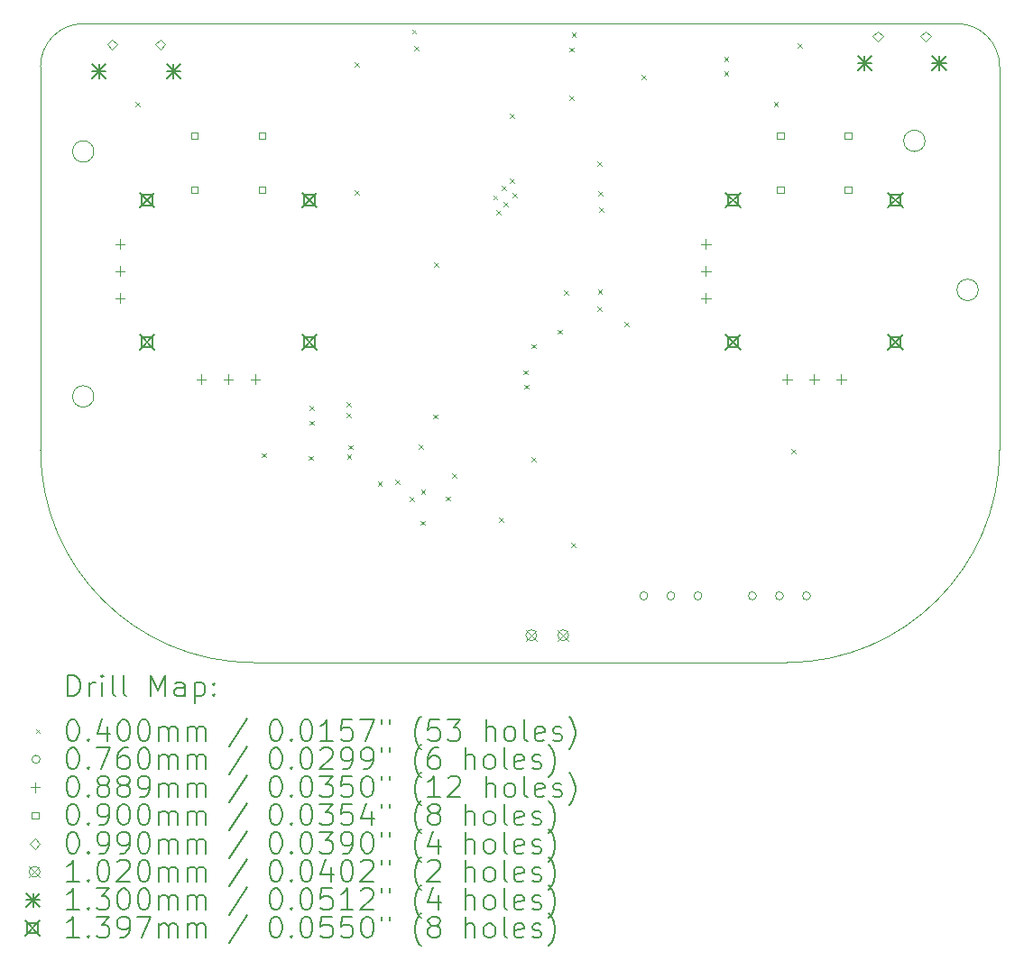
<source format=gbr>
%TF.GenerationSoftware,KiCad,Pcbnew,8.0.6*%
%TF.CreationDate,2025-02-26T11:59:35+01:00*%
%TF.ProjectId,CONTROL WIFI ESP32 S3 V4.0,434f4e54-524f-44c2-9057-494649204553,rev?*%
%TF.SameCoordinates,Original*%
%TF.FileFunction,Drillmap*%
%TF.FilePolarity,Positive*%
%FSLAX45Y45*%
G04 Gerber Fmt 4.5, Leading zero omitted, Abs format (unit mm)*
G04 Created by KiCad (PCBNEW 8.0.6) date 2025-02-26 11:59:35*
%MOMM*%
%LPD*%
G01*
G04 APERTURE LIST*
%ADD10C,0.100000*%
%ADD11C,0.200000*%
%ADD12C,0.102000*%
%ADD13C,0.130000*%
%ADD14C,0.139700*%
G04 APERTURE END LIST*
D10*
X11915000Y-10676500D02*
G75*
G02*
X11715000Y-10676500I-100000J0D01*
G01*
X11715000Y-10676500D02*
G75*
G02*
X11915000Y-10676500I100000J0D01*
G01*
X12115000Y-12176500D02*
X12115000Y-8576500D01*
X12115000Y-12176500D02*
G75*
G02*
X10115000Y-14176500I-2000000J0D01*
G01*
X3115000Y-8576500D02*
G75*
G02*
X3515000Y-8176500I400000J0D01*
G01*
X11715000Y-8176500D02*
G75*
G02*
X12115000Y-8576500I0J-400000D01*
G01*
X5115000Y-14176500D02*
G75*
G02*
X3115000Y-12176500I0J2000000D01*
G01*
X3515000Y-8176500D02*
X11715000Y-8176500D01*
X11415000Y-9276500D02*
G75*
G02*
X11215000Y-9276500I-100000J0D01*
G01*
X11215000Y-9276500D02*
G75*
G02*
X11415000Y-9276500I100000J0D01*
G01*
X3615000Y-9376500D02*
G75*
G02*
X3415000Y-9376500I-100000J0D01*
G01*
X3415000Y-9376500D02*
G75*
G02*
X3615000Y-9376500I100000J0D01*
G01*
X3615000Y-11676500D02*
G75*
G02*
X3415000Y-11676500I-100000J0D01*
G01*
X3415000Y-11676500D02*
G75*
G02*
X3615000Y-11676500I100000J0D01*
G01*
X3115000Y-8576500D02*
X3115000Y-12176500D01*
X5115000Y-14176500D02*
X10115000Y-14176500D01*
D11*
D10*
X4005000Y-8910000D02*
X4045000Y-8950000D01*
X4045000Y-8910000D02*
X4005000Y-8950000D01*
X5190000Y-12210000D02*
X5230000Y-12250000D01*
X5230000Y-12210000D02*
X5190000Y-12250000D01*
X5630000Y-12235000D02*
X5670000Y-12275000D01*
X5670000Y-12235000D02*
X5630000Y-12275000D01*
X5640000Y-11765000D02*
X5680000Y-11805000D01*
X5680000Y-11765000D02*
X5640000Y-11805000D01*
X5640000Y-11905000D02*
X5680000Y-11945000D01*
X5680000Y-11905000D02*
X5640000Y-11945000D01*
X5985000Y-11730000D02*
X6025000Y-11770000D01*
X6025000Y-11730000D02*
X5985000Y-11770000D01*
X5985200Y-11835200D02*
X6025200Y-11875200D01*
X6025200Y-11835200D02*
X5985200Y-11875200D01*
X5990000Y-12223650D02*
X6030000Y-12263650D01*
X6030000Y-12223650D02*
X5990000Y-12263650D01*
X6001218Y-12133918D02*
X6041218Y-12173918D01*
X6041218Y-12133918D02*
X6001218Y-12173918D01*
X6060000Y-8540000D02*
X6100000Y-8580000D01*
X6100000Y-8540000D02*
X6060000Y-8580000D01*
X6060000Y-9740000D02*
X6100000Y-9780000D01*
X6100000Y-9740000D02*
X6060000Y-9780000D01*
X6278650Y-12475000D02*
X6318650Y-12515000D01*
X6318650Y-12475000D02*
X6278650Y-12515000D01*
X6445000Y-12460000D02*
X6485000Y-12500000D01*
X6485000Y-12460000D02*
X6445000Y-12500000D01*
X6580000Y-12620000D02*
X6620000Y-12660000D01*
X6620000Y-12620000D02*
X6580000Y-12660000D01*
X6600000Y-8230000D02*
X6640000Y-8270000D01*
X6640000Y-8230000D02*
X6600000Y-8270000D01*
X6620000Y-8385000D02*
X6660000Y-8425000D01*
X6660000Y-8385000D02*
X6620000Y-8425000D01*
X6665000Y-12130000D02*
X6705000Y-12170000D01*
X6705000Y-12130000D02*
X6665000Y-12170000D01*
X6680000Y-12845000D02*
X6720000Y-12885000D01*
X6720000Y-12845000D02*
X6680000Y-12885000D01*
X6685000Y-12550000D02*
X6725000Y-12590000D01*
X6725000Y-12550000D02*
X6685000Y-12590000D01*
X6800000Y-11845000D02*
X6840000Y-11885000D01*
X6840000Y-11845000D02*
X6800000Y-11885000D01*
X6810000Y-10420000D02*
X6850000Y-10460000D01*
X6850000Y-10420000D02*
X6810000Y-10460000D01*
X6915000Y-12615000D02*
X6955000Y-12655000D01*
X6955000Y-12615000D02*
X6915000Y-12655000D01*
X6980000Y-12400000D02*
X7020000Y-12440000D01*
X7020000Y-12400000D02*
X6980000Y-12440000D01*
X7362654Y-9787655D02*
X7402654Y-9827655D01*
X7402654Y-9787655D02*
X7362654Y-9827655D01*
X7395000Y-9925000D02*
X7435000Y-9965000D01*
X7435000Y-9925000D02*
X7395000Y-9965000D01*
X7415000Y-12815000D02*
X7455000Y-12855000D01*
X7455000Y-12815000D02*
X7415000Y-12855000D01*
X7440000Y-9700000D02*
X7480000Y-9740000D01*
X7480000Y-9700000D02*
X7440000Y-9740000D01*
X7460000Y-9850000D02*
X7500000Y-9890000D01*
X7500000Y-9850000D02*
X7460000Y-9890000D01*
X7520000Y-9025000D02*
X7560000Y-9065000D01*
X7560000Y-9025000D02*
X7520000Y-9065000D01*
X7520154Y-9630155D02*
X7560154Y-9670155D01*
X7560154Y-9630155D02*
X7520154Y-9670155D01*
X7545000Y-9765000D02*
X7585000Y-9805000D01*
X7585000Y-9765000D02*
X7545000Y-9805000D01*
X7645000Y-11430000D02*
X7685000Y-11470000D01*
X7685000Y-11430000D02*
X7645000Y-11470000D01*
X7655000Y-11566350D02*
X7695000Y-11606350D01*
X7695000Y-11566350D02*
X7655000Y-11606350D01*
X7720000Y-11185000D02*
X7760000Y-11225000D01*
X7760000Y-11185000D02*
X7720000Y-11225000D01*
X7720000Y-12250000D02*
X7760000Y-12290000D01*
X7760000Y-12250000D02*
X7720000Y-12290000D01*
X7965000Y-11050000D02*
X8005000Y-11090000D01*
X8005000Y-11050000D02*
X7965000Y-11090000D01*
X8030000Y-10680000D02*
X8070000Y-10720000D01*
X8070000Y-10680000D02*
X8030000Y-10720000D01*
X8080000Y-8400000D02*
X8120000Y-8440000D01*
X8120000Y-8400000D02*
X8080000Y-8440000D01*
X8080000Y-8855000D02*
X8120000Y-8895000D01*
X8120000Y-8855000D02*
X8080000Y-8895000D01*
X8095000Y-13050000D02*
X8135000Y-13090000D01*
X8135000Y-13050000D02*
X8095000Y-13090000D01*
X8100000Y-8260000D02*
X8140000Y-8300000D01*
X8140000Y-8260000D02*
X8100000Y-8300000D01*
X8340000Y-9470000D02*
X8380000Y-9510000D01*
X8380000Y-9470000D02*
X8340000Y-9510000D01*
X8340000Y-10835000D02*
X8380000Y-10875000D01*
X8380000Y-10835000D02*
X8340000Y-10875000D01*
X8345000Y-10675000D02*
X8385000Y-10715000D01*
X8385000Y-10675000D02*
X8345000Y-10715000D01*
X8350000Y-9750000D02*
X8390000Y-9790000D01*
X8390000Y-9750000D02*
X8350000Y-9790000D01*
X8355000Y-9905000D02*
X8395000Y-9945000D01*
X8395000Y-9905000D02*
X8355000Y-9945000D01*
X8597500Y-10975000D02*
X8637500Y-11015000D01*
X8637500Y-10975000D02*
X8597500Y-11015000D01*
X8755000Y-8660000D02*
X8795000Y-8700000D01*
X8795000Y-8660000D02*
X8755000Y-8700000D01*
X9530000Y-8490000D02*
X9570000Y-8530000D01*
X9570000Y-8490000D02*
X9530000Y-8530000D01*
X9530000Y-8625000D02*
X9570000Y-8665000D01*
X9570000Y-8625000D02*
X9530000Y-8665000D01*
X9995000Y-8910000D02*
X10035000Y-8950000D01*
X10035000Y-8910000D02*
X9995000Y-8950000D01*
X10160000Y-12170000D02*
X10200000Y-12210000D01*
X10200000Y-12170000D02*
X10160000Y-12210000D01*
X10220000Y-8360000D02*
X10260000Y-8400000D01*
X10260000Y-8360000D02*
X10220000Y-8400000D01*
X8814000Y-13550000D02*
G75*
G02*
X8738000Y-13550000I-38000J0D01*
G01*
X8738000Y-13550000D02*
G75*
G02*
X8814000Y-13550000I38000J0D01*
G01*
X9068000Y-13550000D02*
G75*
G02*
X8992000Y-13550000I-38000J0D01*
G01*
X8992000Y-13550000D02*
G75*
G02*
X9068000Y-13550000I38000J0D01*
G01*
X9322000Y-13550000D02*
G75*
G02*
X9246000Y-13550000I-38000J0D01*
G01*
X9246000Y-13550000D02*
G75*
G02*
X9322000Y-13550000I38000J0D01*
G01*
X9833000Y-13550000D02*
G75*
G02*
X9757000Y-13550000I-38000J0D01*
G01*
X9757000Y-13550000D02*
G75*
G02*
X9833000Y-13550000I38000J0D01*
G01*
X10087000Y-13550000D02*
G75*
G02*
X10011000Y-13550000I-38000J0D01*
G01*
X10011000Y-13550000D02*
G75*
G02*
X10087000Y-13550000I38000J0D01*
G01*
X10341000Y-13550000D02*
G75*
G02*
X10265000Y-13550000I-38000J0D01*
G01*
X10265000Y-13550000D02*
G75*
G02*
X10341000Y-13550000I38000J0D01*
G01*
X3859000Y-10201550D02*
X3859000Y-10290450D01*
X3814550Y-10246000D02*
X3903450Y-10246000D01*
X3859000Y-10455550D02*
X3859000Y-10544450D01*
X3814550Y-10500000D02*
X3903450Y-10500000D01*
X3859000Y-10709550D02*
X3859000Y-10798450D01*
X3814550Y-10754000D02*
X3903450Y-10754000D01*
X4621000Y-11471550D02*
X4621000Y-11560450D01*
X4576550Y-11516000D02*
X4665450Y-11516000D01*
X4875000Y-11471550D02*
X4875000Y-11560450D01*
X4830550Y-11516000D02*
X4919450Y-11516000D01*
X5129000Y-11471550D02*
X5129000Y-11560450D01*
X5084550Y-11516000D02*
X5173450Y-11516000D01*
X9359000Y-10201550D02*
X9359000Y-10290450D01*
X9314550Y-10246000D02*
X9403450Y-10246000D01*
X9359000Y-10455550D02*
X9359000Y-10544450D01*
X9314550Y-10500000D02*
X9403450Y-10500000D01*
X9359000Y-10709550D02*
X9359000Y-10798450D01*
X9314550Y-10754000D02*
X9403450Y-10754000D01*
X10121000Y-11471550D02*
X10121000Y-11560450D01*
X10076550Y-11516000D02*
X10165450Y-11516000D01*
X10375000Y-11471550D02*
X10375000Y-11560450D01*
X10330550Y-11516000D02*
X10419450Y-11516000D01*
X10629000Y-11471550D02*
X10629000Y-11560450D01*
X10584550Y-11516000D02*
X10673450Y-11516000D01*
X4589320Y-9261820D02*
X4589320Y-9198180D01*
X4525680Y-9198180D01*
X4525680Y-9261820D01*
X4589320Y-9261820D01*
X4589320Y-9769820D02*
X4589320Y-9706180D01*
X4525680Y-9706180D01*
X4525680Y-9769820D01*
X4589320Y-9769820D01*
X5224320Y-9261820D02*
X5224320Y-9198180D01*
X5160680Y-9198180D01*
X5160680Y-9261820D01*
X5224320Y-9261820D01*
X5224320Y-9769820D02*
X5224320Y-9706180D01*
X5160680Y-9706180D01*
X5160680Y-9769820D01*
X5224320Y-9769820D01*
X10089320Y-9261820D02*
X10089320Y-9198180D01*
X10025680Y-9198180D01*
X10025680Y-9261820D01*
X10089320Y-9261820D01*
X10089320Y-9769820D02*
X10089320Y-9706180D01*
X10025680Y-9706180D01*
X10025680Y-9769820D01*
X10089320Y-9769820D01*
X10724320Y-9261820D02*
X10724320Y-9198180D01*
X10660680Y-9198180D01*
X10660680Y-9261820D01*
X10724320Y-9261820D01*
X10724320Y-9769820D02*
X10724320Y-9706180D01*
X10660680Y-9706180D01*
X10660680Y-9769820D01*
X10724320Y-9769820D01*
X3787500Y-8422250D02*
X3837000Y-8372750D01*
X3787500Y-8323250D01*
X3738000Y-8372750D01*
X3787500Y-8422250D01*
X4237500Y-8422250D02*
X4287000Y-8372750D01*
X4237500Y-8323250D01*
X4188000Y-8372750D01*
X4237500Y-8422250D01*
X10972500Y-8345750D02*
X11022000Y-8296250D01*
X10972500Y-8246750D01*
X10923000Y-8296250D01*
X10972500Y-8345750D01*
X11422500Y-8345750D02*
X11472000Y-8296250D01*
X11422500Y-8246750D01*
X11373000Y-8296250D01*
X11422500Y-8345750D01*
D12*
X7669000Y-13869000D02*
X7771000Y-13971000D01*
X7771000Y-13869000D02*
X7669000Y-13971000D01*
X7771000Y-13920000D02*
G75*
G02*
X7669000Y-13920000I-51000J0D01*
G01*
X7669000Y-13920000D02*
G75*
G02*
X7771000Y-13920000I51000J0D01*
G01*
X7969000Y-13869000D02*
X8071000Y-13971000D01*
X8071000Y-13869000D02*
X7969000Y-13971000D01*
X8071000Y-13920000D02*
G75*
G02*
X7969000Y-13920000I-51000J0D01*
G01*
X7969000Y-13920000D02*
G75*
G02*
X8071000Y-13920000I51000J0D01*
G01*
D13*
X3597500Y-8556750D02*
X3727500Y-8686750D01*
X3727500Y-8556750D02*
X3597500Y-8686750D01*
X3662500Y-8556750D02*
X3662500Y-8686750D01*
X3597500Y-8621750D02*
X3727500Y-8621750D01*
X4298500Y-8556750D02*
X4428500Y-8686750D01*
X4428500Y-8556750D02*
X4298500Y-8686750D01*
X4363500Y-8556750D02*
X4363500Y-8686750D01*
X4298500Y-8621750D02*
X4428500Y-8621750D01*
X10782500Y-8480250D02*
X10912500Y-8610250D01*
X10912500Y-8480250D02*
X10782500Y-8610250D01*
X10847500Y-8480250D02*
X10847500Y-8610250D01*
X10782500Y-8545250D02*
X10912500Y-8545250D01*
X11483500Y-8480250D02*
X11613500Y-8610250D01*
X11613500Y-8480250D02*
X11483500Y-8610250D01*
X11548500Y-8480250D02*
X11548500Y-8610250D01*
X11483500Y-8545250D02*
X11613500Y-8545250D01*
D14*
X4043150Y-9763400D02*
X4182850Y-9903100D01*
X4182850Y-9763400D02*
X4043150Y-9903100D01*
X4162392Y-9882642D02*
X4162392Y-9783858D01*
X4063608Y-9783858D01*
X4063608Y-9882642D01*
X4162392Y-9882642D01*
X4043150Y-11096900D02*
X4182850Y-11236600D01*
X4182850Y-11096900D02*
X4043150Y-11236600D01*
X4162392Y-11216142D02*
X4162392Y-11117358D01*
X4063608Y-11117358D01*
X4063608Y-11216142D01*
X4162392Y-11216142D01*
X5567150Y-9763400D02*
X5706850Y-9903100D01*
X5706850Y-9763400D02*
X5567150Y-9903100D01*
X5686392Y-9882642D02*
X5686392Y-9783858D01*
X5587608Y-9783858D01*
X5587608Y-9882642D01*
X5686392Y-9882642D01*
X5567150Y-11096900D02*
X5706850Y-11236600D01*
X5706850Y-11096900D02*
X5567150Y-11236600D01*
X5686392Y-11216142D02*
X5686392Y-11117358D01*
X5587608Y-11117358D01*
X5587608Y-11216142D01*
X5686392Y-11216142D01*
X9543150Y-9763400D02*
X9682850Y-9903100D01*
X9682850Y-9763400D02*
X9543150Y-9903100D01*
X9662392Y-9882642D02*
X9662392Y-9783858D01*
X9563608Y-9783858D01*
X9563608Y-9882642D01*
X9662392Y-9882642D01*
X9543150Y-11096900D02*
X9682850Y-11236600D01*
X9682850Y-11096900D02*
X9543150Y-11236600D01*
X9662392Y-11216142D02*
X9662392Y-11117358D01*
X9563608Y-11117358D01*
X9563608Y-11216142D01*
X9662392Y-11216142D01*
X11067150Y-9763400D02*
X11206850Y-9903100D01*
X11206850Y-9763400D02*
X11067150Y-9903100D01*
X11186392Y-9882642D02*
X11186392Y-9783858D01*
X11087608Y-9783858D01*
X11087608Y-9882642D01*
X11186392Y-9882642D01*
X11067150Y-11096900D02*
X11206850Y-11236600D01*
X11206850Y-11096900D02*
X11067150Y-11236600D01*
X11186392Y-11216142D02*
X11186392Y-11117358D01*
X11087608Y-11117358D01*
X11087608Y-11216142D01*
X11186392Y-11216142D01*
D11*
X3370777Y-14492984D02*
X3370777Y-14292984D01*
X3370777Y-14292984D02*
X3418396Y-14292984D01*
X3418396Y-14292984D02*
X3446967Y-14302508D01*
X3446967Y-14302508D02*
X3466015Y-14321555D01*
X3466015Y-14321555D02*
X3475539Y-14340603D01*
X3475539Y-14340603D02*
X3485062Y-14378698D01*
X3485062Y-14378698D02*
X3485062Y-14407269D01*
X3485062Y-14407269D02*
X3475539Y-14445365D01*
X3475539Y-14445365D02*
X3466015Y-14464412D01*
X3466015Y-14464412D02*
X3446967Y-14483460D01*
X3446967Y-14483460D02*
X3418396Y-14492984D01*
X3418396Y-14492984D02*
X3370777Y-14492984D01*
X3570777Y-14492984D02*
X3570777Y-14359650D01*
X3570777Y-14397746D02*
X3580301Y-14378698D01*
X3580301Y-14378698D02*
X3589824Y-14369174D01*
X3589824Y-14369174D02*
X3608872Y-14359650D01*
X3608872Y-14359650D02*
X3627920Y-14359650D01*
X3694586Y-14492984D02*
X3694586Y-14359650D01*
X3694586Y-14292984D02*
X3685062Y-14302508D01*
X3685062Y-14302508D02*
X3694586Y-14312031D01*
X3694586Y-14312031D02*
X3704110Y-14302508D01*
X3704110Y-14302508D02*
X3694586Y-14292984D01*
X3694586Y-14292984D02*
X3694586Y-14312031D01*
X3818396Y-14492984D02*
X3799348Y-14483460D01*
X3799348Y-14483460D02*
X3789824Y-14464412D01*
X3789824Y-14464412D02*
X3789824Y-14292984D01*
X3923158Y-14492984D02*
X3904110Y-14483460D01*
X3904110Y-14483460D02*
X3894586Y-14464412D01*
X3894586Y-14464412D02*
X3894586Y-14292984D01*
X4151729Y-14492984D02*
X4151729Y-14292984D01*
X4151729Y-14292984D02*
X4218396Y-14435841D01*
X4218396Y-14435841D02*
X4285063Y-14292984D01*
X4285063Y-14292984D02*
X4285063Y-14492984D01*
X4466015Y-14492984D02*
X4466015Y-14388222D01*
X4466015Y-14388222D02*
X4456491Y-14369174D01*
X4456491Y-14369174D02*
X4437444Y-14359650D01*
X4437444Y-14359650D02*
X4399348Y-14359650D01*
X4399348Y-14359650D02*
X4380301Y-14369174D01*
X4466015Y-14483460D02*
X4446967Y-14492984D01*
X4446967Y-14492984D02*
X4399348Y-14492984D01*
X4399348Y-14492984D02*
X4380301Y-14483460D01*
X4380301Y-14483460D02*
X4370777Y-14464412D01*
X4370777Y-14464412D02*
X4370777Y-14445365D01*
X4370777Y-14445365D02*
X4380301Y-14426317D01*
X4380301Y-14426317D02*
X4399348Y-14416793D01*
X4399348Y-14416793D02*
X4446967Y-14416793D01*
X4446967Y-14416793D02*
X4466015Y-14407269D01*
X4561253Y-14359650D02*
X4561253Y-14559650D01*
X4561253Y-14369174D02*
X4580301Y-14359650D01*
X4580301Y-14359650D02*
X4618396Y-14359650D01*
X4618396Y-14359650D02*
X4637444Y-14369174D01*
X4637444Y-14369174D02*
X4646967Y-14378698D01*
X4646967Y-14378698D02*
X4656491Y-14397746D01*
X4656491Y-14397746D02*
X4656491Y-14454888D01*
X4656491Y-14454888D02*
X4646967Y-14473936D01*
X4646967Y-14473936D02*
X4637444Y-14483460D01*
X4637444Y-14483460D02*
X4618396Y-14492984D01*
X4618396Y-14492984D02*
X4580301Y-14492984D01*
X4580301Y-14492984D02*
X4561253Y-14483460D01*
X4742205Y-14473936D02*
X4751729Y-14483460D01*
X4751729Y-14483460D02*
X4742205Y-14492984D01*
X4742205Y-14492984D02*
X4732682Y-14483460D01*
X4732682Y-14483460D02*
X4742205Y-14473936D01*
X4742205Y-14473936D02*
X4742205Y-14492984D01*
X4742205Y-14369174D02*
X4751729Y-14378698D01*
X4751729Y-14378698D02*
X4742205Y-14388222D01*
X4742205Y-14388222D02*
X4732682Y-14378698D01*
X4732682Y-14378698D02*
X4742205Y-14369174D01*
X4742205Y-14369174D02*
X4742205Y-14388222D01*
D10*
X3070000Y-14801500D02*
X3110000Y-14841500D01*
X3110000Y-14801500D02*
X3070000Y-14841500D01*
D11*
X3408872Y-14712984D02*
X3427920Y-14712984D01*
X3427920Y-14712984D02*
X3446967Y-14722508D01*
X3446967Y-14722508D02*
X3456491Y-14732031D01*
X3456491Y-14732031D02*
X3466015Y-14751079D01*
X3466015Y-14751079D02*
X3475539Y-14789174D01*
X3475539Y-14789174D02*
X3475539Y-14836793D01*
X3475539Y-14836793D02*
X3466015Y-14874888D01*
X3466015Y-14874888D02*
X3456491Y-14893936D01*
X3456491Y-14893936D02*
X3446967Y-14903460D01*
X3446967Y-14903460D02*
X3427920Y-14912984D01*
X3427920Y-14912984D02*
X3408872Y-14912984D01*
X3408872Y-14912984D02*
X3389824Y-14903460D01*
X3389824Y-14903460D02*
X3380301Y-14893936D01*
X3380301Y-14893936D02*
X3370777Y-14874888D01*
X3370777Y-14874888D02*
X3361253Y-14836793D01*
X3361253Y-14836793D02*
X3361253Y-14789174D01*
X3361253Y-14789174D02*
X3370777Y-14751079D01*
X3370777Y-14751079D02*
X3380301Y-14732031D01*
X3380301Y-14732031D02*
X3389824Y-14722508D01*
X3389824Y-14722508D02*
X3408872Y-14712984D01*
X3561253Y-14893936D02*
X3570777Y-14903460D01*
X3570777Y-14903460D02*
X3561253Y-14912984D01*
X3561253Y-14912984D02*
X3551729Y-14903460D01*
X3551729Y-14903460D02*
X3561253Y-14893936D01*
X3561253Y-14893936D02*
X3561253Y-14912984D01*
X3742205Y-14779650D02*
X3742205Y-14912984D01*
X3694586Y-14703460D02*
X3646967Y-14846317D01*
X3646967Y-14846317D02*
X3770777Y-14846317D01*
X3885062Y-14712984D02*
X3904110Y-14712984D01*
X3904110Y-14712984D02*
X3923158Y-14722508D01*
X3923158Y-14722508D02*
X3932682Y-14732031D01*
X3932682Y-14732031D02*
X3942205Y-14751079D01*
X3942205Y-14751079D02*
X3951729Y-14789174D01*
X3951729Y-14789174D02*
X3951729Y-14836793D01*
X3951729Y-14836793D02*
X3942205Y-14874888D01*
X3942205Y-14874888D02*
X3932682Y-14893936D01*
X3932682Y-14893936D02*
X3923158Y-14903460D01*
X3923158Y-14903460D02*
X3904110Y-14912984D01*
X3904110Y-14912984D02*
X3885062Y-14912984D01*
X3885062Y-14912984D02*
X3866015Y-14903460D01*
X3866015Y-14903460D02*
X3856491Y-14893936D01*
X3856491Y-14893936D02*
X3846967Y-14874888D01*
X3846967Y-14874888D02*
X3837443Y-14836793D01*
X3837443Y-14836793D02*
X3837443Y-14789174D01*
X3837443Y-14789174D02*
X3846967Y-14751079D01*
X3846967Y-14751079D02*
X3856491Y-14732031D01*
X3856491Y-14732031D02*
X3866015Y-14722508D01*
X3866015Y-14722508D02*
X3885062Y-14712984D01*
X4075539Y-14712984D02*
X4094586Y-14712984D01*
X4094586Y-14712984D02*
X4113634Y-14722508D01*
X4113634Y-14722508D02*
X4123158Y-14732031D01*
X4123158Y-14732031D02*
X4132682Y-14751079D01*
X4132682Y-14751079D02*
X4142205Y-14789174D01*
X4142205Y-14789174D02*
X4142205Y-14836793D01*
X4142205Y-14836793D02*
X4132682Y-14874888D01*
X4132682Y-14874888D02*
X4123158Y-14893936D01*
X4123158Y-14893936D02*
X4113634Y-14903460D01*
X4113634Y-14903460D02*
X4094586Y-14912984D01*
X4094586Y-14912984D02*
X4075539Y-14912984D01*
X4075539Y-14912984D02*
X4056491Y-14903460D01*
X4056491Y-14903460D02*
X4046967Y-14893936D01*
X4046967Y-14893936D02*
X4037443Y-14874888D01*
X4037443Y-14874888D02*
X4027920Y-14836793D01*
X4027920Y-14836793D02*
X4027920Y-14789174D01*
X4027920Y-14789174D02*
X4037443Y-14751079D01*
X4037443Y-14751079D02*
X4046967Y-14732031D01*
X4046967Y-14732031D02*
X4056491Y-14722508D01*
X4056491Y-14722508D02*
X4075539Y-14712984D01*
X4227920Y-14912984D02*
X4227920Y-14779650D01*
X4227920Y-14798698D02*
X4237444Y-14789174D01*
X4237444Y-14789174D02*
X4256491Y-14779650D01*
X4256491Y-14779650D02*
X4285063Y-14779650D01*
X4285063Y-14779650D02*
X4304110Y-14789174D01*
X4304110Y-14789174D02*
X4313634Y-14808222D01*
X4313634Y-14808222D02*
X4313634Y-14912984D01*
X4313634Y-14808222D02*
X4323158Y-14789174D01*
X4323158Y-14789174D02*
X4342205Y-14779650D01*
X4342205Y-14779650D02*
X4370777Y-14779650D01*
X4370777Y-14779650D02*
X4389825Y-14789174D01*
X4389825Y-14789174D02*
X4399348Y-14808222D01*
X4399348Y-14808222D02*
X4399348Y-14912984D01*
X4494586Y-14912984D02*
X4494586Y-14779650D01*
X4494586Y-14798698D02*
X4504110Y-14789174D01*
X4504110Y-14789174D02*
X4523158Y-14779650D01*
X4523158Y-14779650D02*
X4551729Y-14779650D01*
X4551729Y-14779650D02*
X4570777Y-14789174D01*
X4570777Y-14789174D02*
X4580301Y-14808222D01*
X4580301Y-14808222D02*
X4580301Y-14912984D01*
X4580301Y-14808222D02*
X4589825Y-14789174D01*
X4589825Y-14789174D02*
X4608872Y-14779650D01*
X4608872Y-14779650D02*
X4637444Y-14779650D01*
X4637444Y-14779650D02*
X4656491Y-14789174D01*
X4656491Y-14789174D02*
X4666015Y-14808222D01*
X4666015Y-14808222D02*
X4666015Y-14912984D01*
X5056491Y-14703460D02*
X4885063Y-14960603D01*
X5313634Y-14712984D02*
X5332682Y-14712984D01*
X5332682Y-14712984D02*
X5351729Y-14722508D01*
X5351729Y-14722508D02*
X5361253Y-14732031D01*
X5361253Y-14732031D02*
X5370777Y-14751079D01*
X5370777Y-14751079D02*
X5380301Y-14789174D01*
X5380301Y-14789174D02*
X5380301Y-14836793D01*
X5380301Y-14836793D02*
X5370777Y-14874888D01*
X5370777Y-14874888D02*
X5361253Y-14893936D01*
X5361253Y-14893936D02*
X5351729Y-14903460D01*
X5351729Y-14903460D02*
X5332682Y-14912984D01*
X5332682Y-14912984D02*
X5313634Y-14912984D01*
X5313634Y-14912984D02*
X5294587Y-14903460D01*
X5294587Y-14903460D02*
X5285063Y-14893936D01*
X5285063Y-14893936D02*
X5275539Y-14874888D01*
X5275539Y-14874888D02*
X5266015Y-14836793D01*
X5266015Y-14836793D02*
X5266015Y-14789174D01*
X5266015Y-14789174D02*
X5275539Y-14751079D01*
X5275539Y-14751079D02*
X5285063Y-14732031D01*
X5285063Y-14732031D02*
X5294587Y-14722508D01*
X5294587Y-14722508D02*
X5313634Y-14712984D01*
X5466015Y-14893936D02*
X5475539Y-14903460D01*
X5475539Y-14903460D02*
X5466015Y-14912984D01*
X5466015Y-14912984D02*
X5456491Y-14903460D01*
X5456491Y-14903460D02*
X5466015Y-14893936D01*
X5466015Y-14893936D02*
X5466015Y-14912984D01*
X5599348Y-14712984D02*
X5618396Y-14712984D01*
X5618396Y-14712984D02*
X5637444Y-14722508D01*
X5637444Y-14722508D02*
X5646967Y-14732031D01*
X5646967Y-14732031D02*
X5656491Y-14751079D01*
X5656491Y-14751079D02*
X5666015Y-14789174D01*
X5666015Y-14789174D02*
X5666015Y-14836793D01*
X5666015Y-14836793D02*
X5656491Y-14874888D01*
X5656491Y-14874888D02*
X5646967Y-14893936D01*
X5646967Y-14893936D02*
X5637444Y-14903460D01*
X5637444Y-14903460D02*
X5618396Y-14912984D01*
X5618396Y-14912984D02*
X5599348Y-14912984D01*
X5599348Y-14912984D02*
X5580301Y-14903460D01*
X5580301Y-14903460D02*
X5570777Y-14893936D01*
X5570777Y-14893936D02*
X5561253Y-14874888D01*
X5561253Y-14874888D02*
X5551729Y-14836793D01*
X5551729Y-14836793D02*
X5551729Y-14789174D01*
X5551729Y-14789174D02*
X5561253Y-14751079D01*
X5561253Y-14751079D02*
X5570777Y-14732031D01*
X5570777Y-14732031D02*
X5580301Y-14722508D01*
X5580301Y-14722508D02*
X5599348Y-14712984D01*
X5856491Y-14912984D02*
X5742206Y-14912984D01*
X5799348Y-14912984D02*
X5799348Y-14712984D01*
X5799348Y-14712984D02*
X5780301Y-14741555D01*
X5780301Y-14741555D02*
X5761253Y-14760603D01*
X5761253Y-14760603D02*
X5742206Y-14770127D01*
X6037444Y-14712984D02*
X5942206Y-14712984D01*
X5942206Y-14712984D02*
X5932682Y-14808222D01*
X5932682Y-14808222D02*
X5942206Y-14798698D01*
X5942206Y-14798698D02*
X5961253Y-14789174D01*
X5961253Y-14789174D02*
X6008872Y-14789174D01*
X6008872Y-14789174D02*
X6027920Y-14798698D01*
X6027920Y-14798698D02*
X6037444Y-14808222D01*
X6037444Y-14808222D02*
X6046967Y-14827269D01*
X6046967Y-14827269D02*
X6046967Y-14874888D01*
X6046967Y-14874888D02*
X6037444Y-14893936D01*
X6037444Y-14893936D02*
X6027920Y-14903460D01*
X6027920Y-14903460D02*
X6008872Y-14912984D01*
X6008872Y-14912984D02*
X5961253Y-14912984D01*
X5961253Y-14912984D02*
X5942206Y-14903460D01*
X5942206Y-14903460D02*
X5932682Y-14893936D01*
X6113634Y-14712984D02*
X6246967Y-14712984D01*
X6246967Y-14712984D02*
X6161253Y-14912984D01*
X6313634Y-14712984D02*
X6313634Y-14751079D01*
X6389825Y-14712984D02*
X6389825Y-14751079D01*
X6685063Y-14989174D02*
X6675539Y-14979650D01*
X6675539Y-14979650D02*
X6656491Y-14951079D01*
X6656491Y-14951079D02*
X6646968Y-14932031D01*
X6646968Y-14932031D02*
X6637444Y-14903460D01*
X6637444Y-14903460D02*
X6627920Y-14855841D01*
X6627920Y-14855841D02*
X6627920Y-14817746D01*
X6627920Y-14817746D02*
X6637444Y-14770127D01*
X6637444Y-14770127D02*
X6646968Y-14741555D01*
X6646968Y-14741555D02*
X6656491Y-14722508D01*
X6656491Y-14722508D02*
X6675539Y-14693936D01*
X6675539Y-14693936D02*
X6685063Y-14684412D01*
X6856491Y-14712984D02*
X6761253Y-14712984D01*
X6761253Y-14712984D02*
X6751729Y-14808222D01*
X6751729Y-14808222D02*
X6761253Y-14798698D01*
X6761253Y-14798698D02*
X6780301Y-14789174D01*
X6780301Y-14789174D02*
X6827920Y-14789174D01*
X6827920Y-14789174D02*
X6846968Y-14798698D01*
X6846968Y-14798698D02*
X6856491Y-14808222D01*
X6856491Y-14808222D02*
X6866015Y-14827269D01*
X6866015Y-14827269D02*
X6866015Y-14874888D01*
X6866015Y-14874888D02*
X6856491Y-14893936D01*
X6856491Y-14893936D02*
X6846968Y-14903460D01*
X6846968Y-14903460D02*
X6827920Y-14912984D01*
X6827920Y-14912984D02*
X6780301Y-14912984D01*
X6780301Y-14912984D02*
X6761253Y-14903460D01*
X6761253Y-14903460D02*
X6751729Y-14893936D01*
X6932682Y-14712984D02*
X7056491Y-14712984D01*
X7056491Y-14712984D02*
X6989825Y-14789174D01*
X6989825Y-14789174D02*
X7018396Y-14789174D01*
X7018396Y-14789174D02*
X7037444Y-14798698D01*
X7037444Y-14798698D02*
X7046968Y-14808222D01*
X7046968Y-14808222D02*
X7056491Y-14827269D01*
X7056491Y-14827269D02*
X7056491Y-14874888D01*
X7056491Y-14874888D02*
X7046968Y-14893936D01*
X7046968Y-14893936D02*
X7037444Y-14903460D01*
X7037444Y-14903460D02*
X7018396Y-14912984D01*
X7018396Y-14912984D02*
X6961253Y-14912984D01*
X6961253Y-14912984D02*
X6942206Y-14903460D01*
X6942206Y-14903460D02*
X6932682Y-14893936D01*
X7294587Y-14912984D02*
X7294587Y-14712984D01*
X7380301Y-14912984D02*
X7380301Y-14808222D01*
X7380301Y-14808222D02*
X7370777Y-14789174D01*
X7370777Y-14789174D02*
X7351730Y-14779650D01*
X7351730Y-14779650D02*
X7323158Y-14779650D01*
X7323158Y-14779650D02*
X7304110Y-14789174D01*
X7304110Y-14789174D02*
X7294587Y-14798698D01*
X7504110Y-14912984D02*
X7485063Y-14903460D01*
X7485063Y-14903460D02*
X7475539Y-14893936D01*
X7475539Y-14893936D02*
X7466015Y-14874888D01*
X7466015Y-14874888D02*
X7466015Y-14817746D01*
X7466015Y-14817746D02*
X7475539Y-14798698D01*
X7475539Y-14798698D02*
X7485063Y-14789174D01*
X7485063Y-14789174D02*
X7504110Y-14779650D01*
X7504110Y-14779650D02*
X7532682Y-14779650D01*
X7532682Y-14779650D02*
X7551730Y-14789174D01*
X7551730Y-14789174D02*
X7561253Y-14798698D01*
X7561253Y-14798698D02*
X7570777Y-14817746D01*
X7570777Y-14817746D02*
X7570777Y-14874888D01*
X7570777Y-14874888D02*
X7561253Y-14893936D01*
X7561253Y-14893936D02*
X7551730Y-14903460D01*
X7551730Y-14903460D02*
X7532682Y-14912984D01*
X7532682Y-14912984D02*
X7504110Y-14912984D01*
X7685063Y-14912984D02*
X7666015Y-14903460D01*
X7666015Y-14903460D02*
X7656491Y-14884412D01*
X7656491Y-14884412D02*
X7656491Y-14712984D01*
X7837444Y-14903460D02*
X7818396Y-14912984D01*
X7818396Y-14912984D02*
X7780301Y-14912984D01*
X7780301Y-14912984D02*
X7761253Y-14903460D01*
X7761253Y-14903460D02*
X7751730Y-14884412D01*
X7751730Y-14884412D02*
X7751730Y-14808222D01*
X7751730Y-14808222D02*
X7761253Y-14789174D01*
X7761253Y-14789174D02*
X7780301Y-14779650D01*
X7780301Y-14779650D02*
X7818396Y-14779650D01*
X7818396Y-14779650D02*
X7837444Y-14789174D01*
X7837444Y-14789174D02*
X7846968Y-14808222D01*
X7846968Y-14808222D02*
X7846968Y-14827269D01*
X7846968Y-14827269D02*
X7751730Y-14846317D01*
X7923158Y-14903460D02*
X7942206Y-14912984D01*
X7942206Y-14912984D02*
X7980301Y-14912984D01*
X7980301Y-14912984D02*
X7999349Y-14903460D01*
X7999349Y-14903460D02*
X8008872Y-14884412D01*
X8008872Y-14884412D02*
X8008872Y-14874888D01*
X8008872Y-14874888D02*
X7999349Y-14855841D01*
X7999349Y-14855841D02*
X7980301Y-14846317D01*
X7980301Y-14846317D02*
X7951730Y-14846317D01*
X7951730Y-14846317D02*
X7932682Y-14836793D01*
X7932682Y-14836793D02*
X7923158Y-14817746D01*
X7923158Y-14817746D02*
X7923158Y-14808222D01*
X7923158Y-14808222D02*
X7932682Y-14789174D01*
X7932682Y-14789174D02*
X7951730Y-14779650D01*
X7951730Y-14779650D02*
X7980301Y-14779650D01*
X7980301Y-14779650D02*
X7999349Y-14789174D01*
X8075539Y-14989174D02*
X8085063Y-14979650D01*
X8085063Y-14979650D02*
X8104111Y-14951079D01*
X8104111Y-14951079D02*
X8113634Y-14932031D01*
X8113634Y-14932031D02*
X8123158Y-14903460D01*
X8123158Y-14903460D02*
X8132682Y-14855841D01*
X8132682Y-14855841D02*
X8132682Y-14817746D01*
X8132682Y-14817746D02*
X8123158Y-14770127D01*
X8123158Y-14770127D02*
X8113634Y-14741555D01*
X8113634Y-14741555D02*
X8104111Y-14722508D01*
X8104111Y-14722508D02*
X8085063Y-14693936D01*
X8085063Y-14693936D02*
X8075539Y-14684412D01*
D10*
X3110000Y-15085500D02*
G75*
G02*
X3034000Y-15085500I-38000J0D01*
G01*
X3034000Y-15085500D02*
G75*
G02*
X3110000Y-15085500I38000J0D01*
G01*
D11*
X3408872Y-14976984D02*
X3427920Y-14976984D01*
X3427920Y-14976984D02*
X3446967Y-14986508D01*
X3446967Y-14986508D02*
X3456491Y-14996031D01*
X3456491Y-14996031D02*
X3466015Y-15015079D01*
X3466015Y-15015079D02*
X3475539Y-15053174D01*
X3475539Y-15053174D02*
X3475539Y-15100793D01*
X3475539Y-15100793D02*
X3466015Y-15138888D01*
X3466015Y-15138888D02*
X3456491Y-15157936D01*
X3456491Y-15157936D02*
X3446967Y-15167460D01*
X3446967Y-15167460D02*
X3427920Y-15176984D01*
X3427920Y-15176984D02*
X3408872Y-15176984D01*
X3408872Y-15176984D02*
X3389824Y-15167460D01*
X3389824Y-15167460D02*
X3380301Y-15157936D01*
X3380301Y-15157936D02*
X3370777Y-15138888D01*
X3370777Y-15138888D02*
X3361253Y-15100793D01*
X3361253Y-15100793D02*
X3361253Y-15053174D01*
X3361253Y-15053174D02*
X3370777Y-15015079D01*
X3370777Y-15015079D02*
X3380301Y-14996031D01*
X3380301Y-14996031D02*
X3389824Y-14986508D01*
X3389824Y-14986508D02*
X3408872Y-14976984D01*
X3561253Y-15157936D02*
X3570777Y-15167460D01*
X3570777Y-15167460D02*
X3561253Y-15176984D01*
X3561253Y-15176984D02*
X3551729Y-15167460D01*
X3551729Y-15167460D02*
X3561253Y-15157936D01*
X3561253Y-15157936D02*
X3561253Y-15176984D01*
X3637443Y-14976984D02*
X3770777Y-14976984D01*
X3770777Y-14976984D02*
X3685062Y-15176984D01*
X3932682Y-14976984D02*
X3894586Y-14976984D01*
X3894586Y-14976984D02*
X3875539Y-14986508D01*
X3875539Y-14986508D02*
X3866015Y-14996031D01*
X3866015Y-14996031D02*
X3846967Y-15024603D01*
X3846967Y-15024603D02*
X3837443Y-15062698D01*
X3837443Y-15062698D02*
X3837443Y-15138888D01*
X3837443Y-15138888D02*
X3846967Y-15157936D01*
X3846967Y-15157936D02*
X3856491Y-15167460D01*
X3856491Y-15167460D02*
X3875539Y-15176984D01*
X3875539Y-15176984D02*
X3913634Y-15176984D01*
X3913634Y-15176984D02*
X3932682Y-15167460D01*
X3932682Y-15167460D02*
X3942205Y-15157936D01*
X3942205Y-15157936D02*
X3951729Y-15138888D01*
X3951729Y-15138888D02*
X3951729Y-15091269D01*
X3951729Y-15091269D02*
X3942205Y-15072222D01*
X3942205Y-15072222D02*
X3932682Y-15062698D01*
X3932682Y-15062698D02*
X3913634Y-15053174D01*
X3913634Y-15053174D02*
X3875539Y-15053174D01*
X3875539Y-15053174D02*
X3856491Y-15062698D01*
X3856491Y-15062698D02*
X3846967Y-15072222D01*
X3846967Y-15072222D02*
X3837443Y-15091269D01*
X4075539Y-14976984D02*
X4094586Y-14976984D01*
X4094586Y-14976984D02*
X4113634Y-14986508D01*
X4113634Y-14986508D02*
X4123158Y-14996031D01*
X4123158Y-14996031D02*
X4132682Y-15015079D01*
X4132682Y-15015079D02*
X4142205Y-15053174D01*
X4142205Y-15053174D02*
X4142205Y-15100793D01*
X4142205Y-15100793D02*
X4132682Y-15138888D01*
X4132682Y-15138888D02*
X4123158Y-15157936D01*
X4123158Y-15157936D02*
X4113634Y-15167460D01*
X4113634Y-15167460D02*
X4094586Y-15176984D01*
X4094586Y-15176984D02*
X4075539Y-15176984D01*
X4075539Y-15176984D02*
X4056491Y-15167460D01*
X4056491Y-15167460D02*
X4046967Y-15157936D01*
X4046967Y-15157936D02*
X4037443Y-15138888D01*
X4037443Y-15138888D02*
X4027920Y-15100793D01*
X4027920Y-15100793D02*
X4027920Y-15053174D01*
X4027920Y-15053174D02*
X4037443Y-15015079D01*
X4037443Y-15015079D02*
X4046967Y-14996031D01*
X4046967Y-14996031D02*
X4056491Y-14986508D01*
X4056491Y-14986508D02*
X4075539Y-14976984D01*
X4227920Y-15176984D02*
X4227920Y-15043650D01*
X4227920Y-15062698D02*
X4237444Y-15053174D01*
X4237444Y-15053174D02*
X4256491Y-15043650D01*
X4256491Y-15043650D02*
X4285063Y-15043650D01*
X4285063Y-15043650D02*
X4304110Y-15053174D01*
X4304110Y-15053174D02*
X4313634Y-15072222D01*
X4313634Y-15072222D02*
X4313634Y-15176984D01*
X4313634Y-15072222D02*
X4323158Y-15053174D01*
X4323158Y-15053174D02*
X4342205Y-15043650D01*
X4342205Y-15043650D02*
X4370777Y-15043650D01*
X4370777Y-15043650D02*
X4389825Y-15053174D01*
X4389825Y-15053174D02*
X4399348Y-15072222D01*
X4399348Y-15072222D02*
X4399348Y-15176984D01*
X4494586Y-15176984D02*
X4494586Y-15043650D01*
X4494586Y-15062698D02*
X4504110Y-15053174D01*
X4504110Y-15053174D02*
X4523158Y-15043650D01*
X4523158Y-15043650D02*
X4551729Y-15043650D01*
X4551729Y-15043650D02*
X4570777Y-15053174D01*
X4570777Y-15053174D02*
X4580301Y-15072222D01*
X4580301Y-15072222D02*
X4580301Y-15176984D01*
X4580301Y-15072222D02*
X4589825Y-15053174D01*
X4589825Y-15053174D02*
X4608872Y-15043650D01*
X4608872Y-15043650D02*
X4637444Y-15043650D01*
X4637444Y-15043650D02*
X4656491Y-15053174D01*
X4656491Y-15053174D02*
X4666015Y-15072222D01*
X4666015Y-15072222D02*
X4666015Y-15176984D01*
X5056491Y-14967460D02*
X4885063Y-15224603D01*
X5313634Y-14976984D02*
X5332682Y-14976984D01*
X5332682Y-14976984D02*
X5351729Y-14986508D01*
X5351729Y-14986508D02*
X5361253Y-14996031D01*
X5361253Y-14996031D02*
X5370777Y-15015079D01*
X5370777Y-15015079D02*
X5380301Y-15053174D01*
X5380301Y-15053174D02*
X5380301Y-15100793D01*
X5380301Y-15100793D02*
X5370777Y-15138888D01*
X5370777Y-15138888D02*
X5361253Y-15157936D01*
X5361253Y-15157936D02*
X5351729Y-15167460D01*
X5351729Y-15167460D02*
X5332682Y-15176984D01*
X5332682Y-15176984D02*
X5313634Y-15176984D01*
X5313634Y-15176984D02*
X5294587Y-15167460D01*
X5294587Y-15167460D02*
X5285063Y-15157936D01*
X5285063Y-15157936D02*
X5275539Y-15138888D01*
X5275539Y-15138888D02*
X5266015Y-15100793D01*
X5266015Y-15100793D02*
X5266015Y-15053174D01*
X5266015Y-15053174D02*
X5275539Y-15015079D01*
X5275539Y-15015079D02*
X5285063Y-14996031D01*
X5285063Y-14996031D02*
X5294587Y-14986508D01*
X5294587Y-14986508D02*
X5313634Y-14976984D01*
X5466015Y-15157936D02*
X5475539Y-15167460D01*
X5475539Y-15167460D02*
X5466015Y-15176984D01*
X5466015Y-15176984D02*
X5456491Y-15167460D01*
X5456491Y-15167460D02*
X5466015Y-15157936D01*
X5466015Y-15157936D02*
X5466015Y-15176984D01*
X5599348Y-14976984D02*
X5618396Y-14976984D01*
X5618396Y-14976984D02*
X5637444Y-14986508D01*
X5637444Y-14986508D02*
X5646967Y-14996031D01*
X5646967Y-14996031D02*
X5656491Y-15015079D01*
X5656491Y-15015079D02*
X5666015Y-15053174D01*
X5666015Y-15053174D02*
X5666015Y-15100793D01*
X5666015Y-15100793D02*
X5656491Y-15138888D01*
X5656491Y-15138888D02*
X5646967Y-15157936D01*
X5646967Y-15157936D02*
X5637444Y-15167460D01*
X5637444Y-15167460D02*
X5618396Y-15176984D01*
X5618396Y-15176984D02*
X5599348Y-15176984D01*
X5599348Y-15176984D02*
X5580301Y-15167460D01*
X5580301Y-15167460D02*
X5570777Y-15157936D01*
X5570777Y-15157936D02*
X5561253Y-15138888D01*
X5561253Y-15138888D02*
X5551729Y-15100793D01*
X5551729Y-15100793D02*
X5551729Y-15053174D01*
X5551729Y-15053174D02*
X5561253Y-15015079D01*
X5561253Y-15015079D02*
X5570777Y-14996031D01*
X5570777Y-14996031D02*
X5580301Y-14986508D01*
X5580301Y-14986508D02*
X5599348Y-14976984D01*
X5742206Y-14996031D02*
X5751729Y-14986508D01*
X5751729Y-14986508D02*
X5770777Y-14976984D01*
X5770777Y-14976984D02*
X5818396Y-14976984D01*
X5818396Y-14976984D02*
X5837444Y-14986508D01*
X5837444Y-14986508D02*
X5846967Y-14996031D01*
X5846967Y-14996031D02*
X5856491Y-15015079D01*
X5856491Y-15015079D02*
X5856491Y-15034127D01*
X5856491Y-15034127D02*
X5846967Y-15062698D01*
X5846967Y-15062698D02*
X5732682Y-15176984D01*
X5732682Y-15176984D02*
X5856491Y-15176984D01*
X5951729Y-15176984D02*
X5989825Y-15176984D01*
X5989825Y-15176984D02*
X6008872Y-15167460D01*
X6008872Y-15167460D02*
X6018396Y-15157936D01*
X6018396Y-15157936D02*
X6037444Y-15129365D01*
X6037444Y-15129365D02*
X6046967Y-15091269D01*
X6046967Y-15091269D02*
X6046967Y-15015079D01*
X6046967Y-15015079D02*
X6037444Y-14996031D01*
X6037444Y-14996031D02*
X6027920Y-14986508D01*
X6027920Y-14986508D02*
X6008872Y-14976984D01*
X6008872Y-14976984D02*
X5970777Y-14976984D01*
X5970777Y-14976984D02*
X5951729Y-14986508D01*
X5951729Y-14986508D02*
X5942206Y-14996031D01*
X5942206Y-14996031D02*
X5932682Y-15015079D01*
X5932682Y-15015079D02*
X5932682Y-15062698D01*
X5932682Y-15062698D02*
X5942206Y-15081746D01*
X5942206Y-15081746D02*
X5951729Y-15091269D01*
X5951729Y-15091269D02*
X5970777Y-15100793D01*
X5970777Y-15100793D02*
X6008872Y-15100793D01*
X6008872Y-15100793D02*
X6027920Y-15091269D01*
X6027920Y-15091269D02*
X6037444Y-15081746D01*
X6037444Y-15081746D02*
X6046967Y-15062698D01*
X6142206Y-15176984D02*
X6180301Y-15176984D01*
X6180301Y-15176984D02*
X6199348Y-15167460D01*
X6199348Y-15167460D02*
X6208872Y-15157936D01*
X6208872Y-15157936D02*
X6227920Y-15129365D01*
X6227920Y-15129365D02*
X6237444Y-15091269D01*
X6237444Y-15091269D02*
X6237444Y-15015079D01*
X6237444Y-15015079D02*
X6227920Y-14996031D01*
X6227920Y-14996031D02*
X6218396Y-14986508D01*
X6218396Y-14986508D02*
X6199348Y-14976984D01*
X6199348Y-14976984D02*
X6161253Y-14976984D01*
X6161253Y-14976984D02*
X6142206Y-14986508D01*
X6142206Y-14986508D02*
X6132682Y-14996031D01*
X6132682Y-14996031D02*
X6123158Y-15015079D01*
X6123158Y-15015079D02*
X6123158Y-15062698D01*
X6123158Y-15062698D02*
X6132682Y-15081746D01*
X6132682Y-15081746D02*
X6142206Y-15091269D01*
X6142206Y-15091269D02*
X6161253Y-15100793D01*
X6161253Y-15100793D02*
X6199348Y-15100793D01*
X6199348Y-15100793D02*
X6218396Y-15091269D01*
X6218396Y-15091269D02*
X6227920Y-15081746D01*
X6227920Y-15081746D02*
X6237444Y-15062698D01*
X6313634Y-14976984D02*
X6313634Y-15015079D01*
X6389825Y-14976984D02*
X6389825Y-15015079D01*
X6685063Y-15253174D02*
X6675539Y-15243650D01*
X6675539Y-15243650D02*
X6656491Y-15215079D01*
X6656491Y-15215079D02*
X6646968Y-15196031D01*
X6646968Y-15196031D02*
X6637444Y-15167460D01*
X6637444Y-15167460D02*
X6627920Y-15119841D01*
X6627920Y-15119841D02*
X6627920Y-15081746D01*
X6627920Y-15081746D02*
X6637444Y-15034127D01*
X6637444Y-15034127D02*
X6646968Y-15005555D01*
X6646968Y-15005555D02*
X6656491Y-14986508D01*
X6656491Y-14986508D02*
X6675539Y-14957936D01*
X6675539Y-14957936D02*
X6685063Y-14948412D01*
X6846968Y-14976984D02*
X6808872Y-14976984D01*
X6808872Y-14976984D02*
X6789825Y-14986508D01*
X6789825Y-14986508D02*
X6780301Y-14996031D01*
X6780301Y-14996031D02*
X6761253Y-15024603D01*
X6761253Y-15024603D02*
X6751729Y-15062698D01*
X6751729Y-15062698D02*
X6751729Y-15138888D01*
X6751729Y-15138888D02*
X6761253Y-15157936D01*
X6761253Y-15157936D02*
X6770777Y-15167460D01*
X6770777Y-15167460D02*
X6789825Y-15176984D01*
X6789825Y-15176984D02*
X6827920Y-15176984D01*
X6827920Y-15176984D02*
X6846968Y-15167460D01*
X6846968Y-15167460D02*
X6856491Y-15157936D01*
X6856491Y-15157936D02*
X6866015Y-15138888D01*
X6866015Y-15138888D02*
X6866015Y-15091269D01*
X6866015Y-15091269D02*
X6856491Y-15072222D01*
X6856491Y-15072222D02*
X6846968Y-15062698D01*
X6846968Y-15062698D02*
X6827920Y-15053174D01*
X6827920Y-15053174D02*
X6789825Y-15053174D01*
X6789825Y-15053174D02*
X6770777Y-15062698D01*
X6770777Y-15062698D02*
X6761253Y-15072222D01*
X6761253Y-15072222D02*
X6751729Y-15091269D01*
X7104110Y-15176984D02*
X7104110Y-14976984D01*
X7189825Y-15176984D02*
X7189825Y-15072222D01*
X7189825Y-15072222D02*
X7180301Y-15053174D01*
X7180301Y-15053174D02*
X7161253Y-15043650D01*
X7161253Y-15043650D02*
X7132682Y-15043650D01*
X7132682Y-15043650D02*
X7113634Y-15053174D01*
X7113634Y-15053174D02*
X7104110Y-15062698D01*
X7313634Y-15176984D02*
X7294587Y-15167460D01*
X7294587Y-15167460D02*
X7285063Y-15157936D01*
X7285063Y-15157936D02*
X7275539Y-15138888D01*
X7275539Y-15138888D02*
X7275539Y-15081746D01*
X7275539Y-15081746D02*
X7285063Y-15062698D01*
X7285063Y-15062698D02*
X7294587Y-15053174D01*
X7294587Y-15053174D02*
X7313634Y-15043650D01*
X7313634Y-15043650D02*
X7342206Y-15043650D01*
X7342206Y-15043650D02*
X7361253Y-15053174D01*
X7361253Y-15053174D02*
X7370777Y-15062698D01*
X7370777Y-15062698D02*
X7380301Y-15081746D01*
X7380301Y-15081746D02*
X7380301Y-15138888D01*
X7380301Y-15138888D02*
X7370777Y-15157936D01*
X7370777Y-15157936D02*
X7361253Y-15167460D01*
X7361253Y-15167460D02*
X7342206Y-15176984D01*
X7342206Y-15176984D02*
X7313634Y-15176984D01*
X7494587Y-15176984D02*
X7475539Y-15167460D01*
X7475539Y-15167460D02*
X7466015Y-15148412D01*
X7466015Y-15148412D02*
X7466015Y-14976984D01*
X7646968Y-15167460D02*
X7627920Y-15176984D01*
X7627920Y-15176984D02*
X7589825Y-15176984D01*
X7589825Y-15176984D02*
X7570777Y-15167460D01*
X7570777Y-15167460D02*
X7561253Y-15148412D01*
X7561253Y-15148412D02*
X7561253Y-15072222D01*
X7561253Y-15072222D02*
X7570777Y-15053174D01*
X7570777Y-15053174D02*
X7589825Y-15043650D01*
X7589825Y-15043650D02*
X7627920Y-15043650D01*
X7627920Y-15043650D02*
X7646968Y-15053174D01*
X7646968Y-15053174D02*
X7656491Y-15072222D01*
X7656491Y-15072222D02*
X7656491Y-15091269D01*
X7656491Y-15091269D02*
X7561253Y-15110317D01*
X7732682Y-15167460D02*
X7751730Y-15176984D01*
X7751730Y-15176984D02*
X7789825Y-15176984D01*
X7789825Y-15176984D02*
X7808872Y-15167460D01*
X7808872Y-15167460D02*
X7818396Y-15148412D01*
X7818396Y-15148412D02*
X7818396Y-15138888D01*
X7818396Y-15138888D02*
X7808872Y-15119841D01*
X7808872Y-15119841D02*
X7789825Y-15110317D01*
X7789825Y-15110317D02*
X7761253Y-15110317D01*
X7761253Y-15110317D02*
X7742206Y-15100793D01*
X7742206Y-15100793D02*
X7732682Y-15081746D01*
X7732682Y-15081746D02*
X7732682Y-15072222D01*
X7732682Y-15072222D02*
X7742206Y-15053174D01*
X7742206Y-15053174D02*
X7761253Y-15043650D01*
X7761253Y-15043650D02*
X7789825Y-15043650D01*
X7789825Y-15043650D02*
X7808872Y-15053174D01*
X7885063Y-15253174D02*
X7894587Y-15243650D01*
X7894587Y-15243650D02*
X7913634Y-15215079D01*
X7913634Y-15215079D02*
X7923158Y-15196031D01*
X7923158Y-15196031D02*
X7932682Y-15167460D01*
X7932682Y-15167460D02*
X7942206Y-15119841D01*
X7942206Y-15119841D02*
X7942206Y-15081746D01*
X7942206Y-15081746D02*
X7932682Y-15034127D01*
X7932682Y-15034127D02*
X7923158Y-15005555D01*
X7923158Y-15005555D02*
X7913634Y-14986508D01*
X7913634Y-14986508D02*
X7894587Y-14957936D01*
X7894587Y-14957936D02*
X7885063Y-14948412D01*
D10*
X3065550Y-15305050D02*
X3065550Y-15393950D01*
X3021100Y-15349500D02*
X3110000Y-15349500D01*
D11*
X3408872Y-15240984D02*
X3427920Y-15240984D01*
X3427920Y-15240984D02*
X3446967Y-15250508D01*
X3446967Y-15250508D02*
X3456491Y-15260031D01*
X3456491Y-15260031D02*
X3466015Y-15279079D01*
X3466015Y-15279079D02*
X3475539Y-15317174D01*
X3475539Y-15317174D02*
X3475539Y-15364793D01*
X3475539Y-15364793D02*
X3466015Y-15402888D01*
X3466015Y-15402888D02*
X3456491Y-15421936D01*
X3456491Y-15421936D02*
X3446967Y-15431460D01*
X3446967Y-15431460D02*
X3427920Y-15440984D01*
X3427920Y-15440984D02*
X3408872Y-15440984D01*
X3408872Y-15440984D02*
X3389824Y-15431460D01*
X3389824Y-15431460D02*
X3380301Y-15421936D01*
X3380301Y-15421936D02*
X3370777Y-15402888D01*
X3370777Y-15402888D02*
X3361253Y-15364793D01*
X3361253Y-15364793D02*
X3361253Y-15317174D01*
X3361253Y-15317174D02*
X3370777Y-15279079D01*
X3370777Y-15279079D02*
X3380301Y-15260031D01*
X3380301Y-15260031D02*
X3389824Y-15250508D01*
X3389824Y-15250508D02*
X3408872Y-15240984D01*
X3561253Y-15421936D02*
X3570777Y-15431460D01*
X3570777Y-15431460D02*
X3561253Y-15440984D01*
X3561253Y-15440984D02*
X3551729Y-15431460D01*
X3551729Y-15431460D02*
X3561253Y-15421936D01*
X3561253Y-15421936D02*
X3561253Y-15440984D01*
X3685062Y-15326698D02*
X3666015Y-15317174D01*
X3666015Y-15317174D02*
X3656491Y-15307650D01*
X3656491Y-15307650D02*
X3646967Y-15288603D01*
X3646967Y-15288603D02*
X3646967Y-15279079D01*
X3646967Y-15279079D02*
X3656491Y-15260031D01*
X3656491Y-15260031D02*
X3666015Y-15250508D01*
X3666015Y-15250508D02*
X3685062Y-15240984D01*
X3685062Y-15240984D02*
X3723158Y-15240984D01*
X3723158Y-15240984D02*
X3742205Y-15250508D01*
X3742205Y-15250508D02*
X3751729Y-15260031D01*
X3751729Y-15260031D02*
X3761253Y-15279079D01*
X3761253Y-15279079D02*
X3761253Y-15288603D01*
X3761253Y-15288603D02*
X3751729Y-15307650D01*
X3751729Y-15307650D02*
X3742205Y-15317174D01*
X3742205Y-15317174D02*
X3723158Y-15326698D01*
X3723158Y-15326698D02*
X3685062Y-15326698D01*
X3685062Y-15326698D02*
X3666015Y-15336222D01*
X3666015Y-15336222D02*
X3656491Y-15345746D01*
X3656491Y-15345746D02*
X3646967Y-15364793D01*
X3646967Y-15364793D02*
X3646967Y-15402888D01*
X3646967Y-15402888D02*
X3656491Y-15421936D01*
X3656491Y-15421936D02*
X3666015Y-15431460D01*
X3666015Y-15431460D02*
X3685062Y-15440984D01*
X3685062Y-15440984D02*
X3723158Y-15440984D01*
X3723158Y-15440984D02*
X3742205Y-15431460D01*
X3742205Y-15431460D02*
X3751729Y-15421936D01*
X3751729Y-15421936D02*
X3761253Y-15402888D01*
X3761253Y-15402888D02*
X3761253Y-15364793D01*
X3761253Y-15364793D02*
X3751729Y-15345746D01*
X3751729Y-15345746D02*
X3742205Y-15336222D01*
X3742205Y-15336222D02*
X3723158Y-15326698D01*
X3875539Y-15326698D02*
X3856491Y-15317174D01*
X3856491Y-15317174D02*
X3846967Y-15307650D01*
X3846967Y-15307650D02*
X3837443Y-15288603D01*
X3837443Y-15288603D02*
X3837443Y-15279079D01*
X3837443Y-15279079D02*
X3846967Y-15260031D01*
X3846967Y-15260031D02*
X3856491Y-15250508D01*
X3856491Y-15250508D02*
X3875539Y-15240984D01*
X3875539Y-15240984D02*
X3913634Y-15240984D01*
X3913634Y-15240984D02*
X3932682Y-15250508D01*
X3932682Y-15250508D02*
X3942205Y-15260031D01*
X3942205Y-15260031D02*
X3951729Y-15279079D01*
X3951729Y-15279079D02*
X3951729Y-15288603D01*
X3951729Y-15288603D02*
X3942205Y-15307650D01*
X3942205Y-15307650D02*
X3932682Y-15317174D01*
X3932682Y-15317174D02*
X3913634Y-15326698D01*
X3913634Y-15326698D02*
X3875539Y-15326698D01*
X3875539Y-15326698D02*
X3856491Y-15336222D01*
X3856491Y-15336222D02*
X3846967Y-15345746D01*
X3846967Y-15345746D02*
X3837443Y-15364793D01*
X3837443Y-15364793D02*
X3837443Y-15402888D01*
X3837443Y-15402888D02*
X3846967Y-15421936D01*
X3846967Y-15421936D02*
X3856491Y-15431460D01*
X3856491Y-15431460D02*
X3875539Y-15440984D01*
X3875539Y-15440984D02*
X3913634Y-15440984D01*
X3913634Y-15440984D02*
X3932682Y-15431460D01*
X3932682Y-15431460D02*
X3942205Y-15421936D01*
X3942205Y-15421936D02*
X3951729Y-15402888D01*
X3951729Y-15402888D02*
X3951729Y-15364793D01*
X3951729Y-15364793D02*
X3942205Y-15345746D01*
X3942205Y-15345746D02*
X3932682Y-15336222D01*
X3932682Y-15336222D02*
X3913634Y-15326698D01*
X4046967Y-15440984D02*
X4085062Y-15440984D01*
X4085062Y-15440984D02*
X4104110Y-15431460D01*
X4104110Y-15431460D02*
X4113634Y-15421936D01*
X4113634Y-15421936D02*
X4132682Y-15393365D01*
X4132682Y-15393365D02*
X4142205Y-15355269D01*
X4142205Y-15355269D02*
X4142205Y-15279079D01*
X4142205Y-15279079D02*
X4132682Y-15260031D01*
X4132682Y-15260031D02*
X4123158Y-15250508D01*
X4123158Y-15250508D02*
X4104110Y-15240984D01*
X4104110Y-15240984D02*
X4066015Y-15240984D01*
X4066015Y-15240984D02*
X4046967Y-15250508D01*
X4046967Y-15250508D02*
X4037443Y-15260031D01*
X4037443Y-15260031D02*
X4027920Y-15279079D01*
X4027920Y-15279079D02*
X4027920Y-15326698D01*
X4027920Y-15326698D02*
X4037443Y-15345746D01*
X4037443Y-15345746D02*
X4046967Y-15355269D01*
X4046967Y-15355269D02*
X4066015Y-15364793D01*
X4066015Y-15364793D02*
X4104110Y-15364793D01*
X4104110Y-15364793D02*
X4123158Y-15355269D01*
X4123158Y-15355269D02*
X4132682Y-15345746D01*
X4132682Y-15345746D02*
X4142205Y-15326698D01*
X4227920Y-15440984D02*
X4227920Y-15307650D01*
X4227920Y-15326698D02*
X4237444Y-15317174D01*
X4237444Y-15317174D02*
X4256491Y-15307650D01*
X4256491Y-15307650D02*
X4285063Y-15307650D01*
X4285063Y-15307650D02*
X4304110Y-15317174D01*
X4304110Y-15317174D02*
X4313634Y-15336222D01*
X4313634Y-15336222D02*
X4313634Y-15440984D01*
X4313634Y-15336222D02*
X4323158Y-15317174D01*
X4323158Y-15317174D02*
X4342205Y-15307650D01*
X4342205Y-15307650D02*
X4370777Y-15307650D01*
X4370777Y-15307650D02*
X4389825Y-15317174D01*
X4389825Y-15317174D02*
X4399348Y-15336222D01*
X4399348Y-15336222D02*
X4399348Y-15440984D01*
X4494586Y-15440984D02*
X4494586Y-15307650D01*
X4494586Y-15326698D02*
X4504110Y-15317174D01*
X4504110Y-15317174D02*
X4523158Y-15307650D01*
X4523158Y-15307650D02*
X4551729Y-15307650D01*
X4551729Y-15307650D02*
X4570777Y-15317174D01*
X4570777Y-15317174D02*
X4580301Y-15336222D01*
X4580301Y-15336222D02*
X4580301Y-15440984D01*
X4580301Y-15336222D02*
X4589825Y-15317174D01*
X4589825Y-15317174D02*
X4608872Y-15307650D01*
X4608872Y-15307650D02*
X4637444Y-15307650D01*
X4637444Y-15307650D02*
X4656491Y-15317174D01*
X4656491Y-15317174D02*
X4666015Y-15336222D01*
X4666015Y-15336222D02*
X4666015Y-15440984D01*
X5056491Y-15231460D02*
X4885063Y-15488603D01*
X5313634Y-15240984D02*
X5332682Y-15240984D01*
X5332682Y-15240984D02*
X5351729Y-15250508D01*
X5351729Y-15250508D02*
X5361253Y-15260031D01*
X5361253Y-15260031D02*
X5370777Y-15279079D01*
X5370777Y-15279079D02*
X5380301Y-15317174D01*
X5380301Y-15317174D02*
X5380301Y-15364793D01*
X5380301Y-15364793D02*
X5370777Y-15402888D01*
X5370777Y-15402888D02*
X5361253Y-15421936D01*
X5361253Y-15421936D02*
X5351729Y-15431460D01*
X5351729Y-15431460D02*
X5332682Y-15440984D01*
X5332682Y-15440984D02*
X5313634Y-15440984D01*
X5313634Y-15440984D02*
X5294587Y-15431460D01*
X5294587Y-15431460D02*
X5285063Y-15421936D01*
X5285063Y-15421936D02*
X5275539Y-15402888D01*
X5275539Y-15402888D02*
X5266015Y-15364793D01*
X5266015Y-15364793D02*
X5266015Y-15317174D01*
X5266015Y-15317174D02*
X5275539Y-15279079D01*
X5275539Y-15279079D02*
X5285063Y-15260031D01*
X5285063Y-15260031D02*
X5294587Y-15250508D01*
X5294587Y-15250508D02*
X5313634Y-15240984D01*
X5466015Y-15421936D02*
X5475539Y-15431460D01*
X5475539Y-15431460D02*
X5466015Y-15440984D01*
X5466015Y-15440984D02*
X5456491Y-15431460D01*
X5456491Y-15431460D02*
X5466015Y-15421936D01*
X5466015Y-15421936D02*
X5466015Y-15440984D01*
X5599348Y-15240984D02*
X5618396Y-15240984D01*
X5618396Y-15240984D02*
X5637444Y-15250508D01*
X5637444Y-15250508D02*
X5646967Y-15260031D01*
X5646967Y-15260031D02*
X5656491Y-15279079D01*
X5656491Y-15279079D02*
X5666015Y-15317174D01*
X5666015Y-15317174D02*
X5666015Y-15364793D01*
X5666015Y-15364793D02*
X5656491Y-15402888D01*
X5656491Y-15402888D02*
X5646967Y-15421936D01*
X5646967Y-15421936D02*
X5637444Y-15431460D01*
X5637444Y-15431460D02*
X5618396Y-15440984D01*
X5618396Y-15440984D02*
X5599348Y-15440984D01*
X5599348Y-15440984D02*
X5580301Y-15431460D01*
X5580301Y-15431460D02*
X5570777Y-15421936D01*
X5570777Y-15421936D02*
X5561253Y-15402888D01*
X5561253Y-15402888D02*
X5551729Y-15364793D01*
X5551729Y-15364793D02*
X5551729Y-15317174D01*
X5551729Y-15317174D02*
X5561253Y-15279079D01*
X5561253Y-15279079D02*
X5570777Y-15260031D01*
X5570777Y-15260031D02*
X5580301Y-15250508D01*
X5580301Y-15250508D02*
X5599348Y-15240984D01*
X5732682Y-15240984D02*
X5856491Y-15240984D01*
X5856491Y-15240984D02*
X5789825Y-15317174D01*
X5789825Y-15317174D02*
X5818396Y-15317174D01*
X5818396Y-15317174D02*
X5837444Y-15326698D01*
X5837444Y-15326698D02*
X5846967Y-15336222D01*
X5846967Y-15336222D02*
X5856491Y-15355269D01*
X5856491Y-15355269D02*
X5856491Y-15402888D01*
X5856491Y-15402888D02*
X5846967Y-15421936D01*
X5846967Y-15421936D02*
X5837444Y-15431460D01*
X5837444Y-15431460D02*
X5818396Y-15440984D01*
X5818396Y-15440984D02*
X5761253Y-15440984D01*
X5761253Y-15440984D02*
X5742206Y-15431460D01*
X5742206Y-15431460D02*
X5732682Y-15421936D01*
X6037444Y-15240984D02*
X5942206Y-15240984D01*
X5942206Y-15240984D02*
X5932682Y-15336222D01*
X5932682Y-15336222D02*
X5942206Y-15326698D01*
X5942206Y-15326698D02*
X5961253Y-15317174D01*
X5961253Y-15317174D02*
X6008872Y-15317174D01*
X6008872Y-15317174D02*
X6027920Y-15326698D01*
X6027920Y-15326698D02*
X6037444Y-15336222D01*
X6037444Y-15336222D02*
X6046967Y-15355269D01*
X6046967Y-15355269D02*
X6046967Y-15402888D01*
X6046967Y-15402888D02*
X6037444Y-15421936D01*
X6037444Y-15421936D02*
X6027920Y-15431460D01*
X6027920Y-15431460D02*
X6008872Y-15440984D01*
X6008872Y-15440984D02*
X5961253Y-15440984D01*
X5961253Y-15440984D02*
X5942206Y-15431460D01*
X5942206Y-15431460D02*
X5932682Y-15421936D01*
X6170777Y-15240984D02*
X6189825Y-15240984D01*
X6189825Y-15240984D02*
X6208872Y-15250508D01*
X6208872Y-15250508D02*
X6218396Y-15260031D01*
X6218396Y-15260031D02*
X6227920Y-15279079D01*
X6227920Y-15279079D02*
X6237444Y-15317174D01*
X6237444Y-15317174D02*
X6237444Y-15364793D01*
X6237444Y-15364793D02*
X6227920Y-15402888D01*
X6227920Y-15402888D02*
X6218396Y-15421936D01*
X6218396Y-15421936D02*
X6208872Y-15431460D01*
X6208872Y-15431460D02*
X6189825Y-15440984D01*
X6189825Y-15440984D02*
X6170777Y-15440984D01*
X6170777Y-15440984D02*
X6151729Y-15431460D01*
X6151729Y-15431460D02*
X6142206Y-15421936D01*
X6142206Y-15421936D02*
X6132682Y-15402888D01*
X6132682Y-15402888D02*
X6123158Y-15364793D01*
X6123158Y-15364793D02*
X6123158Y-15317174D01*
X6123158Y-15317174D02*
X6132682Y-15279079D01*
X6132682Y-15279079D02*
X6142206Y-15260031D01*
X6142206Y-15260031D02*
X6151729Y-15250508D01*
X6151729Y-15250508D02*
X6170777Y-15240984D01*
X6313634Y-15240984D02*
X6313634Y-15279079D01*
X6389825Y-15240984D02*
X6389825Y-15279079D01*
X6685063Y-15517174D02*
X6675539Y-15507650D01*
X6675539Y-15507650D02*
X6656491Y-15479079D01*
X6656491Y-15479079D02*
X6646968Y-15460031D01*
X6646968Y-15460031D02*
X6637444Y-15431460D01*
X6637444Y-15431460D02*
X6627920Y-15383841D01*
X6627920Y-15383841D02*
X6627920Y-15345746D01*
X6627920Y-15345746D02*
X6637444Y-15298127D01*
X6637444Y-15298127D02*
X6646968Y-15269555D01*
X6646968Y-15269555D02*
X6656491Y-15250508D01*
X6656491Y-15250508D02*
X6675539Y-15221936D01*
X6675539Y-15221936D02*
X6685063Y-15212412D01*
X6866015Y-15440984D02*
X6751729Y-15440984D01*
X6808872Y-15440984D02*
X6808872Y-15240984D01*
X6808872Y-15240984D02*
X6789825Y-15269555D01*
X6789825Y-15269555D02*
X6770777Y-15288603D01*
X6770777Y-15288603D02*
X6751729Y-15298127D01*
X6942206Y-15260031D02*
X6951729Y-15250508D01*
X6951729Y-15250508D02*
X6970777Y-15240984D01*
X6970777Y-15240984D02*
X7018396Y-15240984D01*
X7018396Y-15240984D02*
X7037444Y-15250508D01*
X7037444Y-15250508D02*
X7046968Y-15260031D01*
X7046968Y-15260031D02*
X7056491Y-15279079D01*
X7056491Y-15279079D02*
X7056491Y-15298127D01*
X7056491Y-15298127D02*
X7046968Y-15326698D01*
X7046968Y-15326698D02*
X6932682Y-15440984D01*
X6932682Y-15440984D02*
X7056491Y-15440984D01*
X7294587Y-15440984D02*
X7294587Y-15240984D01*
X7380301Y-15440984D02*
X7380301Y-15336222D01*
X7380301Y-15336222D02*
X7370777Y-15317174D01*
X7370777Y-15317174D02*
X7351730Y-15307650D01*
X7351730Y-15307650D02*
X7323158Y-15307650D01*
X7323158Y-15307650D02*
X7304110Y-15317174D01*
X7304110Y-15317174D02*
X7294587Y-15326698D01*
X7504110Y-15440984D02*
X7485063Y-15431460D01*
X7485063Y-15431460D02*
X7475539Y-15421936D01*
X7475539Y-15421936D02*
X7466015Y-15402888D01*
X7466015Y-15402888D02*
X7466015Y-15345746D01*
X7466015Y-15345746D02*
X7475539Y-15326698D01*
X7475539Y-15326698D02*
X7485063Y-15317174D01*
X7485063Y-15317174D02*
X7504110Y-15307650D01*
X7504110Y-15307650D02*
X7532682Y-15307650D01*
X7532682Y-15307650D02*
X7551730Y-15317174D01*
X7551730Y-15317174D02*
X7561253Y-15326698D01*
X7561253Y-15326698D02*
X7570777Y-15345746D01*
X7570777Y-15345746D02*
X7570777Y-15402888D01*
X7570777Y-15402888D02*
X7561253Y-15421936D01*
X7561253Y-15421936D02*
X7551730Y-15431460D01*
X7551730Y-15431460D02*
X7532682Y-15440984D01*
X7532682Y-15440984D02*
X7504110Y-15440984D01*
X7685063Y-15440984D02*
X7666015Y-15431460D01*
X7666015Y-15431460D02*
X7656491Y-15412412D01*
X7656491Y-15412412D02*
X7656491Y-15240984D01*
X7837444Y-15431460D02*
X7818396Y-15440984D01*
X7818396Y-15440984D02*
X7780301Y-15440984D01*
X7780301Y-15440984D02*
X7761253Y-15431460D01*
X7761253Y-15431460D02*
X7751730Y-15412412D01*
X7751730Y-15412412D02*
X7751730Y-15336222D01*
X7751730Y-15336222D02*
X7761253Y-15317174D01*
X7761253Y-15317174D02*
X7780301Y-15307650D01*
X7780301Y-15307650D02*
X7818396Y-15307650D01*
X7818396Y-15307650D02*
X7837444Y-15317174D01*
X7837444Y-15317174D02*
X7846968Y-15336222D01*
X7846968Y-15336222D02*
X7846968Y-15355269D01*
X7846968Y-15355269D02*
X7751730Y-15374317D01*
X7923158Y-15431460D02*
X7942206Y-15440984D01*
X7942206Y-15440984D02*
X7980301Y-15440984D01*
X7980301Y-15440984D02*
X7999349Y-15431460D01*
X7999349Y-15431460D02*
X8008872Y-15412412D01*
X8008872Y-15412412D02*
X8008872Y-15402888D01*
X8008872Y-15402888D02*
X7999349Y-15383841D01*
X7999349Y-15383841D02*
X7980301Y-15374317D01*
X7980301Y-15374317D02*
X7951730Y-15374317D01*
X7951730Y-15374317D02*
X7932682Y-15364793D01*
X7932682Y-15364793D02*
X7923158Y-15345746D01*
X7923158Y-15345746D02*
X7923158Y-15336222D01*
X7923158Y-15336222D02*
X7932682Y-15317174D01*
X7932682Y-15317174D02*
X7951730Y-15307650D01*
X7951730Y-15307650D02*
X7980301Y-15307650D01*
X7980301Y-15307650D02*
X7999349Y-15317174D01*
X8075539Y-15517174D02*
X8085063Y-15507650D01*
X8085063Y-15507650D02*
X8104111Y-15479079D01*
X8104111Y-15479079D02*
X8113634Y-15460031D01*
X8113634Y-15460031D02*
X8123158Y-15431460D01*
X8123158Y-15431460D02*
X8132682Y-15383841D01*
X8132682Y-15383841D02*
X8132682Y-15345746D01*
X8132682Y-15345746D02*
X8123158Y-15298127D01*
X8123158Y-15298127D02*
X8113634Y-15269555D01*
X8113634Y-15269555D02*
X8104111Y-15250508D01*
X8104111Y-15250508D02*
X8085063Y-15221936D01*
X8085063Y-15221936D02*
X8075539Y-15212412D01*
D10*
X3096820Y-15645320D02*
X3096820Y-15581680D01*
X3033180Y-15581680D01*
X3033180Y-15645320D01*
X3096820Y-15645320D01*
D11*
X3408872Y-15504984D02*
X3427920Y-15504984D01*
X3427920Y-15504984D02*
X3446967Y-15514508D01*
X3446967Y-15514508D02*
X3456491Y-15524031D01*
X3456491Y-15524031D02*
X3466015Y-15543079D01*
X3466015Y-15543079D02*
X3475539Y-15581174D01*
X3475539Y-15581174D02*
X3475539Y-15628793D01*
X3475539Y-15628793D02*
X3466015Y-15666888D01*
X3466015Y-15666888D02*
X3456491Y-15685936D01*
X3456491Y-15685936D02*
X3446967Y-15695460D01*
X3446967Y-15695460D02*
X3427920Y-15704984D01*
X3427920Y-15704984D02*
X3408872Y-15704984D01*
X3408872Y-15704984D02*
X3389824Y-15695460D01*
X3389824Y-15695460D02*
X3380301Y-15685936D01*
X3380301Y-15685936D02*
X3370777Y-15666888D01*
X3370777Y-15666888D02*
X3361253Y-15628793D01*
X3361253Y-15628793D02*
X3361253Y-15581174D01*
X3361253Y-15581174D02*
X3370777Y-15543079D01*
X3370777Y-15543079D02*
X3380301Y-15524031D01*
X3380301Y-15524031D02*
X3389824Y-15514508D01*
X3389824Y-15514508D02*
X3408872Y-15504984D01*
X3561253Y-15685936D02*
X3570777Y-15695460D01*
X3570777Y-15695460D02*
X3561253Y-15704984D01*
X3561253Y-15704984D02*
X3551729Y-15695460D01*
X3551729Y-15695460D02*
X3561253Y-15685936D01*
X3561253Y-15685936D02*
X3561253Y-15704984D01*
X3666015Y-15704984D02*
X3704110Y-15704984D01*
X3704110Y-15704984D02*
X3723158Y-15695460D01*
X3723158Y-15695460D02*
X3732682Y-15685936D01*
X3732682Y-15685936D02*
X3751729Y-15657365D01*
X3751729Y-15657365D02*
X3761253Y-15619269D01*
X3761253Y-15619269D02*
X3761253Y-15543079D01*
X3761253Y-15543079D02*
X3751729Y-15524031D01*
X3751729Y-15524031D02*
X3742205Y-15514508D01*
X3742205Y-15514508D02*
X3723158Y-15504984D01*
X3723158Y-15504984D02*
X3685062Y-15504984D01*
X3685062Y-15504984D02*
X3666015Y-15514508D01*
X3666015Y-15514508D02*
X3656491Y-15524031D01*
X3656491Y-15524031D02*
X3646967Y-15543079D01*
X3646967Y-15543079D02*
X3646967Y-15590698D01*
X3646967Y-15590698D02*
X3656491Y-15609746D01*
X3656491Y-15609746D02*
X3666015Y-15619269D01*
X3666015Y-15619269D02*
X3685062Y-15628793D01*
X3685062Y-15628793D02*
X3723158Y-15628793D01*
X3723158Y-15628793D02*
X3742205Y-15619269D01*
X3742205Y-15619269D02*
X3751729Y-15609746D01*
X3751729Y-15609746D02*
X3761253Y-15590698D01*
X3885062Y-15504984D02*
X3904110Y-15504984D01*
X3904110Y-15504984D02*
X3923158Y-15514508D01*
X3923158Y-15514508D02*
X3932682Y-15524031D01*
X3932682Y-15524031D02*
X3942205Y-15543079D01*
X3942205Y-15543079D02*
X3951729Y-15581174D01*
X3951729Y-15581174D02*
X3951729Y-15628793D01*
X3951729Y-15628793D02*
X3942205Y-15666888D01*
X3942205Y-15666888D02*
X3932682Y-15685936D01*
X3932682Y-15685936D02*
X3923158Y-15695460D01*
X3923158Y-15695460D02*
X3904110Y-15704984D01*
X3904110Y-15704984D02*
X3885062Y-15704984D01*
X3885062Y-15704984D02*
X3866015Y-15695460D01*
X3866015Y-15695460D02*
X3856491Y-15685936D01*
X3856491Y-15685936D02*
X3846967Y-15666888D01*
X3846967Y-15666888D02*
X3837443Y-15628793D01*
X3837443Y-15628793D02*
X3837443Y-15581174D01*
X3837443Y-15581174D02*
X3846967Y-15543079D01*
X3846967Y-15543079D02*
X3856491Y-15524031D01*
X3856491Y-15524031D02*
X3866015Y-15514508D01*
X3866015Y-15514508D02*
X3885062Y-15504984D01*
X4075539Y-15504984D02*
X4094586Y-15504984D01*
X4094586Y-15504984D02*
X4113634Y-15514508D01*
X4113634Y-15514508D02*
X4123158Y-15524031D01*
X4123158Y-15524031D02*
X4132682Y-15543079D01*
X4132682Y-15543079D02*
X4142205Y-15581174D01*
X4142205Y-15581174D02*
X4142205Y-15628793D01*
X4142205Y-15628793D02*
X4132682Y-15666888D01*
X4132682Y-15666888D02*
X4123158Y-15685936D01*
X4123158Y-15685936D02*
X4113634Y-15695460D01*
X4113634Y-15695460D02*
X4094586Y-15704984D01*
X4094586Y-15704984D02*
X4075539Y-15704984D01*
X4075539Y-15704984D02*
X4056491Y-15695460D01*
X4056491Y-15695460D02*
X4046967Y-15685936D01*
X4046967Y-15685936D02*
X4037443Y-15666888D01*
X4037443Y-15666888D02*
X4027920Y-15628793D01*
X4027920Y-15628793D02*
X4027920Y-15581174D01*
X4027920Y-15581174D02*
X4037443Y-15543079D01*
X4037443Y-15543079D02*
X4046967Y-15524031D01*
X4046967Y-15524031D02*
X4056491Y-15514508D01*
X4056491Y-15514508D02*
X4075539Y-15504984D01*
X4227920Y-15704984D02*
X4227920Y-15571650D01*
X4227920Y-15590698D02*
X4237444Y-15581174D01*
X4237444Y-15581174D02*
X4256491Y-15571650D01*
X4256491Y-15571650D02*
X4285063Y-15571650D01*
X4285063Y-15571650D02*
X4304110Y-15581174D01*
X4304110Y-15581174D02*
X4313634Y-15600222D01*
X4313634Y-15600222D02*
X4313634Y-15704984D01*
X4313634Y-15600222D02*
X4323158Y-15581174D01*
X4323158Y-15581174D02*
X4342205Y-15571650D01*
X4342205Y-15571650D02*
X4370777Y-15571650D01*
X4370777Y-15571650D02*
X4389825Y-15581174D01*
X4389825Y-15581174D02*
X4399348Y-15600222D01*
X4399348Y-15600222D02*
X4399348Y-15704984D01*
X4494586Y-15704984D02*
X4494586Y-15571650D01*
X4494586Y-15590698D02*
X4504110Y-15581174D01*
X4504110Y-15581174D02*
X4523158Y-15571650D01*
X4523158Y-15571650D02*
X4551729Y-15571650D01*
X4551729Y-15571650D02*
X4570777Y-15581174D01*
X4570777Y-15581174D02*
X4580301Y-15600222D01*
X4580301Y-15600222D02*
X4580301Y-15704984D01*
X4580301Y-15600222D02*
X4589825Y-15581174D01*
X4589825Y-15581174D02*
X4608872Y-15571650D01*
X4608872Y-15571650D02*
X4637444Y-15571650D01*
X4637444Y-15571650D02*
X4656491Y-15581174D01*
X4656491Y-15581174D02*
X4666015Y-15600222D01*
X4666015Y-15600222D02*
X4666015Y-15704984D01*
X5056491Y-15495460D02*
X4885063Y-15752603D01*
X5313634Y-15504984D02*
X5332682Y-15504984D01*
X5332682Y-15504984D02*
X5351729Y-15514508D01*
X5351729Y-15514508D02*
X5361253Y-15524031D01*
X5361253Y-15524031D02*
X5370777Y-15543079D01*
X5370777Y-15543079D02*
X5380301Y-15581174D01*
X5380301Y-15581174D02*
X5380301Y-15628793D01*
X5380301Y-15628793D02*
X5370777Y-15666888D01*
X5370777Y-15666888D02*
X5361253Y-15685936D01*
X5361253Y-15685936D02*
X5351729Y-15695460D01*
X5351729Y-15695460D02*
X5332682Y-15704984D01*
X5332682Y-15704984D02*
X5313634Y-15704984D01*
X5313634Y-15704984D02*
X5294587Y-15695460D01*
X5294587Y-15695460D02*
X5285063Y-15685936D01*
X5285063Y-15685936D02*
X5275539Y-15666888D01*
X5275539Y-15666888D02*
X5266015Y-15628793D01*
X5266015Y-15628793D02*
X5266015Y-15581174D01*
X5266015Y-15581174D02*
X5275539Y-15543079D01*
X5275539Y-15543079D02*
X5285063Y-15524031D01*
X5285063Y-15524031D02*
X5294587Y-15514508D01*
X5294587Y-15514508D02*
X5313634Y-15504984D01*
X5466015Y-15685936D02*
X5475539Y-15695460D01*
X5475539Y-15695460D02*
X5466015Y-15704984D01*
X5466015Y-15704984D02*
X5456491Y-15695460D01*
X5456491Y-15695460D02*
X5466015Y-15685936D01*
X5466015Y-15685936D02*
X5466015Y-15704984D01*
X5599348Y-15504984D02*
X5618396Y-15504984D01*
X5618396Y-15504984D02*
X5637444Y-15514508D01*
X5637444Y-15514508D02*
X5646967Y-15524031D01*
X5646967Y-15524031D02*
X5656491Y-15543079D01*
X5656491Y-15543079D02*
X5666015Y-15581174D01*
X5666015Y-15581174D02*
X5666015Y-15628793D01*
X5666015Y-15628793D02*
X5656491Y-15666888D01*
X5656491Y-15666888D02*
X5646967Y-15685936D01*
X5646967Y-15685936D02*
X5637444Y-15695460D01*
X5637444Y-15695460D02*
X5618396Y-15704984D01*
X5618396Y-15704984D02*
X5599348Y-15704984D01*
X5599348Y-15704984D02*
X5580301Y-15695460D01*
X5580301Y-15695460D02*
X5570777Y-15685936D01*
X5570777Y-15685936D02*
X5561253Y-15666888D01*
X5561253Y-15666888D02*
X5551729Y-15628793D01*
X5551729Y-15628793D02*
X5551729Y-15581174D01*
X5551729Y-15581174D02*
X5561253Y-15543079D01*
X5561253Y-15543079D02*
X5570777Y-15524031D01*
X5570777Y-15524031D02*
X5580301Y-15514508D01*
X5580301Y-15514508D02*
X5599348Y-15504984D01*
X5732682Y-15504984D02*
X5856491Y-15504984D01*
X5856491Y-15504984D02*
X5789825Y-15581174D01*
X5789825Y-15581174D02*
X5818396Y-15581174D01*
X5818396Y-15581174D02*
X5837444Y-15590698D01*
X5837444Y-15590698D02*
X5846967Y-15600222D01*
X5846967Y-15600222D02*
X5856491Y-15619269D01*
X5856491Y-15619269D02*
X5856491Y-15666888D01*
X5856491Y-15666888D02*
X5846967Y-15685936D01*
X5846967Y-15685936D02*
X5837444Y-15695460D01*
X5837444Y-15695460D02*
X5818396Y-15704984D01*
X5818396Y-15704984D02*
X5761253Y-15704984D01*
X5761253Y-15704984D02*
X5742206Y-15695460D01*
X5742206Y-15695460D02*
X5732682Y-15685936D01*
X6037444Y-15504984D02*
X5942206Y-15504984D01*
X5942206Y-15504984D02*
X5932682Y-15600222D01*
X5932682Y-15600222D02*
X5942206Y-15590698D01*
X5942206Y-15590698D02*
X5961253Y-15581174D01*
X5961253Y-15581174D02*
X6008872Y-15581174D01*
X6008872Y-15581174D02*
X6027920Y-15590698D01*
X6027920Y-15590698D02*
X6037444Y-15600222D01*
X6037444Y-15600222D02*
X6046967Y-15619269D01*
X6046967Y-15619269D02*
X6046967Y-15666888D01*
X6046967Y-15666888D02*
X6037444Y-15685936D01*
X6037444Y-15685936D02*
X6027920Y-15695460D01*
X6027920Y-15695460D02*
X6008872Y-15704984D01*
X6008872Y-15704984D02*
X5961253Y-15704984D01*
X5961253Y-15704984D02*
X5942206Y-15695460D01*
X5942206Y-15695460D02*
X5932682Y-15685936D01*
X6218396Y-15571650D02*
X6218396Y-15704984D01*
X6170777Y-15495460D02*
X6123158Y-15638317D01*
X6123158Y-15638317D02*
X6246967Y-15638317D01*
X6313634Y-15504984D02*
X6313634Y-15543079D01*
X6389825Y-15504984D02*
X6389825Y-15543079D01*
X6685063Y-15781174D02*
X6675539Y-15771650D01*
X6675539Y-15771650D02*
X6656491Y-15743079D01*
X6656491Y-15743079D02*
X6646968Y-15724031D01*
X6646968Y-15724031D02*
X6637444Y-15695460D01*
X6637444Y-15695460D02*
X6627920Y-15647841D01*
X6627920Y-15647841D02*
X6627920Y-15609746D01*
X6627920Y-15609746D02*
X6637444Y-15562127D01*
X6637444Y-15562127D02*
X6646968Y-15533555D01*
X6646968Y-15533555D02*
X6656491Y-15514508D01*
X6656491Y-15514508D02*
X6675539Y-15485936D01*
X6675539Y-15485936D02*
X6685063Y-15476412D01*
X6789825Y-15590698D02*
X6770777Y-15581174D01*
X6770777Y-15581174D02*
X6761253Y-15571650D01*
X6761253Y-15571650D02*
X6751729Y-15552603D01*
X6751729Y-15552603D02*
X6751729Y-15543079D01*
X6751729Y-15543079D02*
X6761253Y-15524031D01*
X6761253Y-15524031D02*
X6770777Y-15514508D01*
X6770777Y-15514508D02*
X6789825Y-15504984D01*
X6789825Y-15504984D02*
X6827920Y-15504984D01*
X6827920Y-15504984D02*
X6846968Y-15514508D01*
X6846968Y-15514508D02*
X6856491Y-15524031D01*
X6856491Y-15524031D02*
X6866015Y-15543079D01*
X6866015Y-15543079D02*
X6866015Y-15552603D01*
X6866015Y-15552603D02*
X6856491Y-15571650D01*
X6856491Y-15571650D02*
X6846968Y-15581174D01*
X6846968Y-15581174D02*
X6827920Y-15590698D01*
X6827920Y-15590698D02*
X6789825Y-15590698D01*
X6789825Y-15590698D02*
X6770777Y-15600222D01*
X6770777Y-15600222D02*
X6761253Y-15609746D01*
X6761253Y-15609746D02*
X6751729Y-15628793D01*
X6751729Y-15628793D02*
X6751729Y-15666888D01*
X6751729Y-15666888D02*
X6761253Y-15685936D01*
X6761253Y-15685936D02*
X6770777Y-15695460D01*
X6770777Y-15695460D02*
X6789825Y-15704984D01*
X6789825Y-15704984D02*
X6827920Y-15704984D01*
X6827920Y-15704984D02*
X6846968Y-15695460D01*
X6846968Y-15695460D02*
X6856491Y-15685936D01*
X6856491Y-15685936D02*
X6866015Y-15666888D01*
X6866015Y-15666888D02*
X6866015Y-15628793D01*
X6866015Y-15628793D02*
X6856491Y-15609746D01*
X6856491Y-15609746D02*
X6846968Y-15600222D01*
X6846968Y-15600222D02*
X6827920Y-15590698D01*
X7104110Y-15704984D02*
X7104110Y-15504984D01*
X7189825Y-15704984D02*
X7189825Y-15600222D01*
X7189825Y-15600222D02*
X7180301Y-15581174D01*
X7180301Y-15581174D02*
X7161253Y-15571650D01*
X7161253Y-15571650D02*
X7132682Y-15571650D01*
X7132682Y-15571650D02*
X7113634Y-15581174D01*
X7113634Y-15581174D02*
X7104110Y-15590698D01*
X7313634Y-15704984D02*
X7294587Y-15695460D01*
X7294587Y-15695460D02*
X7285063Y-15685936D01*
X7285063Y-15685936D02*
X7275539Y-15666888D01*
X7275539Y-15666888D02*
X7275539Y-15609746D01*
X7275539Y-15609746D02*
X7285063Y-15590698D01*
X7285063Y-15590698D02*
X7294587Y-15581174D01*
X7294587Y-15581174D02*
X7313634Y-15571650D01*
X7313634Y-15571650D02*
X7342206Y-15571650D01*
X7342206Y-15571650D02*
X7361253Y-15581174D01*
X7361253Y-15581174D02*
X7370777Y-15590698D01*
X7370777Y-15590698D02*
X7380301Y-15609746D01*
X7380301Y-15609746D02*
X7380301Y-15666888D01*
X7380301Y-15666888D02*
X7370777Y-15685936D01*
X7370777Y-15685936D02*
X7361253Y-15695460D01*
X7361253Y-15695460D02*
X7342206Y-15704984D01*
X7342206Y-15704984D02*
X7313634Y-15704984D01*
X7494587Y-15704984D02*
X7475539Y-15695460D01*
X7475539Y-15695460D02*
X7466015Y-15676412D01*
X7466015Y-15676412D02*
X7466015Y-15504984D01*
X7646968Y-15695460D02*
X7627920Y-15704984D01*
X7627920Y-15704984D02*
X7589825Y-15704984D01*
X7589825Y-15704984D02*
X7570777Y-15695460D01*
X7570777Y-15695460D02*
X7561253Y-15676412D01*
X7561253Y-15676412D02*
X7561253Y-15600222D01*
X7561253Y-15600222D02*
X7570777Y-15581174D01*
X7570777Y-15581174D02*
X7589825Y-15571650D01*
X7589825Y-15571650D02*
X7627920Y-15571650D01*
X7627920Y-15571650D02*
X7646968Y-15581174D01*
X7646968Y-15581174D02*
X7656491Y-15600222D01*
X7656491Y-15600222D02*
X7656491Y-15619269D01*
X7656491Y-15619269D02*
X7561253Y-15638317D01*
X7732682Y-15695460D02*
X7751730Y-15704984D01*
X7751730Y-15704984D02*
X7789825Y-15704984D01*
X7789825Y-15704984D02*
X7808872Y-15695460D01*
X7808872Y-15695460D02*
X7818396Y-15676412D01*
X7818396Y-15676412D02*
X7818396Y-15666888D01*
X7818396Y-15666888D02*
X7808872Y-15647841D01*
X7808872Y-15647841D02*
X7789825Y-15638317D01*
X7789825Y-15638317D02*
X7761253Y-15638317D01*
X7761253Y-15638317D02*
X7742206Y-15628793D01*
X7742206Y-15628793D02*
X7732682Y-15609746D01*
X7732682Y-15609746D02*
X7732682Y-15600222D01*
X7732682Y-15600222D02*
X7742206Y-15581174D01*
X7742206Y-15581174D02*
X7761253Y-15571650D01*
X7761253Y-15571650D02*
X7789825Y-15571650D01*
X7789825Y-15571650D02*
X7808872Y-15581174D01*
X7885063Y-15781174D02*
X7894587Y-15771650D01*
X7894587Y-15771650D02*
X7913634Y-15743079D01*
X7913634Y-15743079D02*
X7923158Y-15724031D01*
X7923158Y-15724031D02*
X7932682Y-15695460D01*
X7932682Y-15695460D02*
X7942206Y-15647841D01*
X7942206Y-15647841D02*
X7942206Y-15609746D01*
X7942206Y-15609746D02*
X7932682Y-15562127D01*
X7932682Y-15562127D02*
X7923158Y-15533555D01*
X7923158Y-15533555D02*
X7913634Y-15514508D01*
X7913634Y-15514508D02*
X7894587Y-15485936D01*
X7894587Y-15485936D02*
X7885063Y-15476412D01*
D10*
X3060500Y-15927000D02*
X3110000Y-15877500D01*
X3060500Y-15828000D01*
X3011000Y-15877500D01*
X3060500Y-15927000D01*
D11*
X3408872Y-15768984D02*
X3427920Y-15768984D01*
X3427920Y-15768984D02*
X3446967Y-15778508D01*
X3446967Y-15778508D02*
X3456491Y-15788031D01*
X3456491Y-15788031D02*
X3466015Y-15807079D01*
X3466015Y-15807079D02*
X3475539Y-15845174D01*
X3475539Y-15845174D02*
X3475539Y-15892793D01*
X3475539Y-15892793D02*
X3466015Y-15930888D01*
X3466015Y-15930888D02*
X3456491Y-15949936D01*
X3456491Y-15949936D02*
X3446967Y-15959460D01*
X3446967Y-15959460D02*
X3427920Y-15968984D01*
X3427920Y-15968984D02*
X3408872Y-15968984D01*
X3408872Y-15968984D02*
X3389824Y-15959460D01*
X3389824Y-15959460D02*
X3380301Y-15949936D01*
X3380301Y-15949936D02*
X3370777Y-15930888D01*
X3370777Y-15930888D02*
X3361253Y-15892793D01*
X3361253Y-15892793D02*
X3361253Y-15845174D01*
X3361253Y-15845174D02*
X3370777Y-15807079D01*
X3370777Y-15807079D02*
X3380301Y-15788031D01*
X3380301Y-15788031D02*
X3389824Y-15778508D01*
X3389824Y-15778508D02*
X3408872Y-15768984D01*
X3561253Y-15949936D02*
X3570777Y-15959460D01*
X3570777Y-15959460D02*
X3561253Y-15968984D01*
X3561253Y-15968984D02*
X3551729Y-15959460D01*
X3551729Y-15959460D02*
X3561253Y-15949936D01*
X3561253Y-15949936D02*
X3561253Y-15968984D01*
X3666015Y-15968984D02*
X3704110Y-15968984D01*
X3704110Y-15968984D02*
X3723158Y-15959460D01*
X3723158Y-15959460D02*
X3732682Y-15949936D01*
X3732682Y-15949936D02*
X3751729Y-15921365D01*
X3751729Y-15921365D02*
X3761253Y-15883269D01*
X3761253Y-15883269D02*
X3761253Y-15807079D01*
X3761253Y-15807079D02*
X3751729Y-15788031D01*
X3751729Y-15788031D02*
X3742205Y-15778508D01*
X3742205Y-15778508D02*
X3723158Y-15768984D01*
X3723158Y-15768984D02*
X3685062Y-15768984D01*
X3685062Y-15768984D02*
X3666015Y-15778508D01*
X3666015Y-15778508D02*
X3656491Y-15788031D01*
X3656491Y-15788031D02*
X3646967Y-15807079D01*
X3646967Y-15807079D02*
X3646967Y-15854698D01*
X3646967Y-15854698D02*
X3656491Y-15873746D01*
X3656491Y-15873746D02*
X3666015Y-15883269D01*
X3666015Y-15883269D02*
X3685062Y-15892793D01*
X3685062Y-15892793D02*
X3723158Y-15892793D01*
X3723158Y-15892793D02*
X3742205Y-15883269D01*
X3742205Y-15883269D02*
X3751729Y-15873746D01*
X3751729Y-15873746D02*
X3761253Y-15854698D01*
X3856491Y-15968984D02*
X3894586Y-15968984D01*
X3894586Y-15968984D02*
X3913634Y-15959460D01*
X3913634Y-15959460D02*
X3923158Y-15949936D01*
X3923158Y-15949936D02*
X3942205Y-15921365D01*
X3942205Y-15921365D02*
X3951729Y-15883269D01*
X3951729Y-15883269D02*
X3951729Y-15807079D01*
X3951729Y-15807079D02*
X3942205Y-15788031D01*
X3942205Y-15788031D02*
X3932682Y-15778508D01*
X3932682Y-15778508D02*
X3913634Y-15768984D01*
X3913634Y-15768984D02*
X3875539Y-15768984D01*
X3875539Y-15768984D02*
X3856491Y-15778508D01*
X3856491Y-15778508D02*
X3846967Y-15788031D01*
X3846967Y-15788031D02*
X3837443Y-15807079D01*
X3837443Y-15807079D02*
X3837443Y-15854698D01*
X3837443Y-15854698D02*
X3846967Y-15873746D01*
X3846967Y-15873746D02*
X3856491Y-15883269D01*
X3856491Y-15883269D02*
X3875539Y-15892793D01*
X3875539Y-15892793D02*
X3913634Y-15892793D01*
X3913634Y-15892793D02*
X3932682Y-15883269D01*
X3932682Y-15883269D02*
X3942205Y-15873746D01*
X3942205Y-15873746D02*
X3951729Y-15854698D01*
X4075539Y-15768984D02*
X4094586Y-15768984D01*
X4094586Y-15768984D02*
X4113634Y-15778508D01*
X4113634Y-15778508D02*
X4123158Y-15788031D01*
X4123158Y-15788031D02*
X4132682Y-15807079D01*
X4132682Y-15807079D02*
X4142205Y-15845174D01*
X4142205Y-15845174D02*
X4142205Y-15892793D01*
X4142205Y-15892793D02*
X4132682Y-15930888D01*
X4132682Y-15930888D02*
X4123158Y-15949936D01*
X4123158Y-15949936D02*
X4113634Y-15959460D01*
X4113634Y-15959460D02*
X4094586Y-15968984D01*
X4094586Y-15968984D02*
X4075539Y-15968984D01*
X4075539Y-15968984D02*
X4056491Y-15959460D01*
X4056491Y-15959460D02*
X4046967Y-15949936D01*
X4046967Y-15949936D02*
X4037443Y-15930888D01*
X4037443Y-15930888D02*
X4027920Y-15892793D01*
X4027920Y-15892793D02*
X4027920Y-15845174D01*
X4027920Y-15845174D02*
X4037443Y-15807079D01*
X4037443Y-15807079D02*
X4046967Y-15788031D01*
X4046967Y-15788031D02*
X4056491Y-15778508D01*
X4056491Y-15778508D02*
X4075539Y-15768984D01*
X4227920Y-15968984D02*
X4227920Y-15835650D01*
X4227920Y-15854698D02*
X4237444Y-15845174D01*
X4237444Y-15845174D02*
X4256491Y-15835650D01*
X4256491Y-15835650D02*
X4285063Y-15835650D01*
X4285063Y-15835650D02*
X4304110Y-15845174D01*
X4304110Y-15845174D02*
X4313634Y-15864222D01*
X4313634Y-15864222D02*
X4313634Y-15968984D01*
X4313634Y-15864222D02*
X4323158Y-15845174D01*
X4323158Y-15845174D02*
X4342205Y-15835650D01*
X4342205Y-15835650D02*
X4370777Y-15835650D01*
X4370777Y-15835650D02*
X4389825Y-15845174D01*
X4389825Y-15845174D02*
X4399348Y-15864222D01*
X4399348Y-15864222D02*
X4399348Y-15968984D01*
X4494586Y-15968984D02*
X4494586Y-15835650D01*
X4494586Y-15854698D02*
X4504110Y-15845174D01*
X4504110Y-15845174D02*
X4523158Y-15835650D01*
X4523158Y-15835650D02*
X4551729Y-15835650D01*
X4551729Y-15835650D02*
X4570777Y-15845174D01*
X4570777Y-15845174D02*
X4580301Y-15864222D01*
X4580301Y-15864222D02*
X4580301Y-15968984D01*
X4580301Y-15864222D02*
X4589825Y-15845174D01*
X4589825Y-15845174D02*
X4608872Y-15835650D01*
X4608872Y-15835650D02*
X4637444Y-15835650D01*
X4637444Y-15835650D02*
X4656491Y-15845174D01*
X4656491Y-15845174D02*
X4666015Y-15864222D01*
X4666015Y-15864222D02*
X4666015Y-15968984D01*
X5056491Y-15759460D02*
X4885063Y-16016603D01*
X5313634Y-15768984D02*
X5332682Y-15768984D01*
X5332682Y-15768984D02*
X5351729Y-15778508D01*
X5351729Y-15778508D02*
X5361253Y-15788031D01*
X5361253Y-15788031D02*
X5370777Y-15807079D01*
X5370777Y-15807079D02*
X5380301Y-15845174D01*
X5380301Y-15845174D02*
X5380301Y-15892793D01*
X5380301Y-15892793D02*
X5370777Y-15930888D01*
X5370777Y-15930888D02*
X5361253Y-15949936D01*
X5361253Y-15949936D02*
X5351729Y-15959460D01*
X5351729Y-15959460D02*
X5332682Y-15968984D01*
X5332682Y-15968984D02*
X5313634Y-15968984D01*
X5313634Y-15968984D02*
X5294587Y-15959460D01*
X5294587Y-15959460D02*
X5285063Y-15949936D01*
X5285063Y-15949936D02*
X5275539Y-15930888D01*
X5275539Y-15930888D02*
X5266015Y-15892793D01*
X5266015Y-15892793D02*
X5266015Y-15845174D01*
X5266015Y-15845174D02*
X5275539Y-15807079D01*
X5275539Y-15807079D02*
X5285063Y-15788031D01*
X5285063Y-15788031D02*
X5294587Y-15778508D01*
X5294587Y-15778508D02*
X5313634Y-15768984D01*
X5466015Y-15949936D02*
X5475539Y-15959460D01*
X5475539Y-15959460D02*
X5466015Y-15968984D01*
X5466015Y-15968984D02*
X5456491Y-15959460D01*
X5456491Y-15959460D02*
X5466015Y-15949936D01*
X5466015Y-15949936D02*
X5466015Y-15968984D01*
X5599348Y-15768984D02*
X5618396Y-15768984D01*
X5618396Y-15768984D02*
X5637444Y-15778508D01*
X5637444Y-15778508D02*
X5646967Y-15788031D01*
X5646967Y-15788031D02*
X5656491Y-15807079D01*
X5656491Y-15807079D02*
X5666015Y-15845174D01*
X5666015Y-15845174D02*
X5666015Y-15892793D01*
X5666015Y-15892793D02*
X5656491Y-15930888D01*
X5656491Y-15930888D02*
X5646967Y-15949936D01*
X5646967Y-15949936D02*
X5637444Y-15959460D01*
X5637444Y-15959460D02*
X5618396Y-15968984D01*
X5618396Y-15968984D02*
X5599348Y-15968984D01*
X5599348Y-15968984D02*
X5580301Y-15959460D01*
X5580301Y-15959460D02*
X5570777Y-15949936D01*
X5570777Y-15949936D02*
X5561253Y-15930888D01*
X5561253Y-15930888D02*
X5551729Y-15892793D01*
X5551729Y-15892793D02*
X5551729Y-15845174D01*
X5551729Y-15845174D02*
X5561253Y-15807079D01*
X5561253Y-15807079D02*
X5570777Y-15788031D01*
X5570777Y-15788031D02*
X5580301Y-15778508D01*
X5580301Y-15778508D02*
X5599348Y-15768984D01*
X5732682Y-15768984D02*
X5856491Y-15768984D01*
X5856491Y-15768984D02*
X5789825Y-15845174D01*
X5789825Y-15845174D02*
X5818396Y-15845174D01*
X5818396Y-15845174D02*
X5837444Y-15854698D01*
X5837444Y-15854698D02*
X5846967Y-15864222D01*
X5846967Y-15864222D02*
X5856491Y-15883269D01*
X5856491Y-15883269D02*
X5856491Y-15930888D01*
X5856491Y-15930888D02*
X5846967Y-15949936D01*
X5846967Y-15949936D02*
X5837444Y-15959460D01*
X5837444Y-15959460D02*
X5818396Y-15968984D01*
X5818396Y-15968984D02*
X5761253Y-15968984D01*
X5761253Y-15968984D02*
X5742206Y-15959460D01*
X5742206Y-15959460D02*
X5732682Y-15949936D01*
X5951729Y-15968984D02*
X5989825Y-15968984D01*
X5989825Y-15968984D02*
X6008872Y-15959460D01*
X6008872Y-15959460D02*
X6018396Y-15949936D01*
X6018396Y-15949936D02*
X6037444Y-15921365D01*
X6037444Y-15921365D02*
X6046967Y-15883269D01*
X6046967Y-15883269D02*
X6046967Y-15807079D01*
X6046967Y-15807079D02*
X6037444Y-15788031D01*
X6037444Y-15788031D02*
X6027920Y-15778508D01*
X6027920Y-15778508D02*
X6008872Y-15768984D01*
X6008872Y-15768984D02*
X5970777Y-15768984D01*
X5970777Y-15768984D02*
X5951729Y-15778508D01*
X5951729Y-15778508D02*
X5942206Y-15788031D01*
X5942206Y-15788031D02*
X5932682Y-15807079D01*
X5932682Y-15807079D02*
X5932682Y-15854698D01*
X5932682Y-15854698D02*
X5942206Y-15873746D01*
X5942206Y-15873746D02*
X5951729Y-15883269D01*
X5951729Y-15883269D02*
X5970777Y-15892793D01*
X5970777Y-15892793D02*
X6008872Y-15892793D01*
X6008872Y-15892793D02*
X6027920Y-15883269D01*
X6027920Y-15883269D02*
X6037444Y-15873746D01*
X6037444Y-15873746D02*
X6046967Y-15854698D01*
X6170777Y-15768984D02*
X6189825Y-15768984D01*
X6189825Y-15768984D02*
X6208872Y-15778508D01*
X6208872Y-15778508D02*
X6218396Y-15788031D01*
X6218396Y-15788031D02*
X6227920Y-15807079D01*
X6227920Y-15807079D02*
X6237444Y-15845174D01*
X6237444Y-15845174D02*
X6237444Y-15892793D01*
X6237444Y-15892793D02*
X6227920Y-15930888D01*
X6227920Y-15930888D02*
X6218396Y-15949936D01*
X6218396Y-15949936D02*
X6208872Y-15959460D01*
X6208872Y-15959460D02*
X6189825Y-15968984D01*
X6189825Y-15968984D02*
X6170777Y-15968984D01*
X6170777Y-15968984D02*
X6151729Y-15959460D01*
X6151729Y-15959460D02*
X6142206Y-15949936D01*
X6142206Y-15949936D02*
X6132682Y-15930888D01*
X6132682Y-15930888D02*
X6123158Y-15892793D01*
X6123158Y-15892793D02*
X6123158Y-15845174D01*
X6123158Y-15845174D02*
X6132682Y-15807079D01*
X6132682Y-15807079D02*
X6142206Y-15788031D01*
X6142206Y-15788031D02*
X6151729Y-15778508D01*
X6151729Y-15778508D02*
X6170777Y-15768984D01*
X6313634Y-15768984D02*
X6313634Y-15807079D01*
X6389825Y-15768984D02*
X6389825Y-15807079D01*
X6685063Y-16045174D02*
X6675539Y-16035650D01*
X6675539Y-16035650D02*
X6656491Y-16007079D01*
X6656491Y-16007079D02*
X6646968Y-15988031D01*
X6646968Y-15988031D02*
X6637444Y-15959460D01*
X6637444Y-15959460D02*
X6627920Y-15911841D01*
X6627920Y-15911841D02*
X6627920Y-15873746D01*
X6627920Y-15873746D02*
X6637444Y-15826127D01*
X6637444Y-15826127D02*
X6646968Y-15797555D01*
X6646968Y-15797555D02*
X6656491Y-15778508D01*
X6656491Y-15778508D02*
X6675539Y-15749936D01*
X6675539Y-15749936D02*
X6685063Y-15740412D01*
X6846968Y-15835650D02*
X6846968Y-15968984D01*
X6799348Y-15759460D02*
X6751729Y-15902317D01*
X6751729Y-15902317D02*
X6875539Y-15902317D01*
X7104110Y-15968984D02*
X7104110Y-15768984D01*
X7189825Y-15968984D02*
X7189825Y-15864222D01*
X7189825Y-15864222D02*
X7180301Y-15845174D01*
X7180301Y-15845174D02*
X7161253Y-15835650D01*
X7161253Y-15835650D02*
X7132682Y-15835650D01*
X7132682Y-15835650D02*
X7113634Y-15845174D01*
X7113634Y-15845174D02*
X7104110Y-15854698D01*
X7313634Y-15968984D02*
X7294587Y-15959460D01*
X7294587Y-15959460D02*
X7285063Y-15949936D01*
X7285063Y-15949936D02*
X7275539Y-15930888D01*
X7275539Y-15930888D02*
X7275539Y-15873746D01*
X7275539Y-15873746D02*
X7285063Y-15854698D01*
X7285063Y-15854698D02*
X7294587Y-15845174D01*
X7294587Y-15845174D02*
X7313634Y-15835650D01*
X7313634Y-15835650D02*
X7342206Y-15835650D01*
X7342206Y-15835650D02*
X7361253Y-15845174D01*
X7361253Y-15845174D02*
X7370777Y-15854698D01*
X7370777Y-15854698D02*
X7380301Y-15873746D01*
X7380301Y-15873746D02*
X7380301Y-15930888D01*
X7380301Y-15930888D02*
X7370777Y-15949936D01*
X7370777Y-15949936D02*
X7361253Y-15959460D01*
X7361253Y-15959460D02*
X7342206Y-15968984D01*
X7342206Y-15968984D02*
X7313634Y-15968984D01*
X7494587Y-15968984D02*
X7475539Y-15959460D01*
X7475539Y-15959460D02*
X7466015Y-15940412D01*
X7466015Y-15940412D02*
X7466015Y-15768984D01*
X7646968Y-15959460D02*
X7627920Y-15968984D01*
X7627920Y-15968984D02*
X7589825Y-15968984D01*
X7589825Y-15968984D02*
X7570777Y-15959460D01*
X7570777Y-15959460D02*
X7561253Y-15940412D01*
X7561253Y-15940412D02*
X7561253Y-15864222D01*
X7561253Y-15864222D02*
X7570777Y-15845174D01*
X7570777Y-15845174D02*
X7589825Y-15835650D01*
X7589825Y-15835650D02*
X7627920Y-15835650D01*
X7627920Y-15835650D02*
X7646968Y-15845174D01*
X7646968Y-15845174D02*
X7656491Y-15864222D01*
X7656491Y-15864222D02*
X7656491Y-15883269D01*
X7656491Y-15883269D02*
X7561253Y-15902317D01*
X7732682Y-15959460D02*
X7751730Y-15968984D01*
X7751730Y-15968984D02*
X7789825Y-15968984D01*
X7789825Y-15968984D02*
X7808872Y-15959460D01*
X7808872Y-15959460D02*
X7818396Y-15940412D01*
X7818396Y-15940412D02*
X7818396Y-15930888D01*
X7818396Y-15930888D02*
X7808872Y-15911841D01*
X7808872Y-15911841D02*
X7789825Y-15902317D01*
X7789825Y-15902317D02*
X7761253Y-15902317D01*
X7761253Y-15902317D02*
X7742206Y-15892793D01*
X7742206Y-15892793D02*
X7732682Y-15873746D01*
X7732682Y-15873746D02*
X7732682Y-15864222D01*
X7732682Y-15864222D02*
X7742206Y-15845174D01*
X7742206Y-15845174D02*
X7761253Y-15835650D01*
X7761253Y-15835650D02*
X7789825Y-15835650D01*
X7789825Y-15835650D02*
X7808872Y-15845174D01*
X7885063Y-16045174D02*
X7894587Y-16035650D01*
X7894587Y-16035650D02*
X7913634Y-16007079D01*
X7913634Y-16007079D02*
X7923158Y-15988031D01*
X7923158Y-15988031D02*
X7932682Y-15959460D01*
X7932682Y-15959460D02*
X7942206Y-15911841D01*
X7942206Y-15911841D02*
X7942206Y-15873746D01*
X7942206Y-15873746D02*
X7932682Y-15826127D01*
X7932682Y-15826127D02*
X7923158Y-15797555D01*
X7923158Y-15797555D02*
X7913634Y-15778508D01*
X7913634Y-15778508D02*
X7894587Y-15749936D01*
X7894587Y-15749936D02*
X7885063Y-15740412D01*
D12*
X3008000Y-16090500D02*
X3110000Y-16192500D01*
X3110000Y-16090500D02*
X3008000Y-16192500D01*
X3110000Y-16141500D02*
G75*
G02*
X3008000Y-16141500I-51000J0D01*
G01*
X3008000Y-16141500D02*
G75*
G02*
X3110000Y-16141500I51000J0D01*
G01*
D11*
X3475539Y-16232984D02*
X3361253Y-16232984D01*
X3418396Y-16232984D02*
X3418396Y-16032984D01*
X3418396Y-16032984D02*
X3399348Y-16061555D01*
X3399348Y-16061555D02*
X3380301Y-16080603D01*
X3380301Y-16080603D02*
X3361253Y-16090127D01*
X3561253Y-16213936D02*
X3570777Y-16223460D01*
X3570777Y-16223460D02*
X3561253Y-16232984D01*
X3561253Y-16232984D02*
X3551729Y-16223460D01*
X3551729Y-16223460D02*
X3561253Y-16213936D01*
X3561253Y-16213936D02*
X3561253Y-16232984D01*
X3694586Y-16032984D02*
X3713634Y-16032984D01*
X3713634Y-16032984D02*
X3732682Y-16042508D01*
X3732682Y-16042508D02*
X3742205Y-16052031D01*
X3742205Y-16052031D02*
X3751729Y-16071079D01*
X3751729Y-16071079D02*
X3761253Y-16109174D01*
X3761253Y-16109174D02*
X3761253Y-16156793D01*
X3761253Y-16156793D02*
X3751729Y-16194888D01*
X3751729Y-16194888D02*
X3742205Y-16213936D01*
X3742205Y-16213936D02*
X3732682Y-16223460D01*
X3732682Y-16223460D02*
X3713634Y-16232984D01*
X3713634Y-16232984D02*
X3694586Y-16232984D01*
X3694586Y-16232984D02*
X3675539Y-16223460D01*
X3675539Y-16223460D02*
X3666015Y-16213936D01*
X3666015Y-16213936D02*
X3656491Y-16194888D01*
X3656491Y-16194888D02*
X3646967Y-16156793D01*
X3646967Y-16156793D02*
X3646967Y-16109174D01*
X3646967Y-16109174D02*
X3656491Y-16071079D01*
X3656491Y-16071079D02*
X3666015Y-16052031D01*
X3666015Y-16052031D02*
X3675539Y-16042508D01*
X3675539Y-16042508D02*
X3694586Y-16032984D01*
X3837443Y-16052031D02*
X3846967Y-16042508D01*
X3846967Y-16042508D02*
X3866015Y-16032984D01*
X3866015Y-16032984D02*
X3913634Y-16032984D01*
X3913634Y-16032984D02*
X3932682Y-16042508D01*
X3932682Y-16042508D02*
X3942205Y-16052031D01*
X3942205Y-16052031D02*
X3951729Y-16071079D01*
X3951729Y-16071079D02*
X3951729Y-16090127D01*
X3951729Y-16090127D02*
X3942205Y-16118698D01*
X3942205Y-16118698D02*
X3827920Y-16232984D01*
X3827920Y-16232984D02*
X3951729Y-16232984D01*
X4075539Y-16032984D02*
X4094586Y-16032984D01*
X4094586Y-16032984D02*
X4113634Y-16042508D01*
X4113634Y-16042508D02*
X4123158Y-16052031D01*
X4123158Y-16052031D02*
X4132682Y-16071079D01*
X4132682Y-16071079D02*
X4142205Y-16109174D01*
X4142205Y-16109174D02*
X4142205Y-16156793D01*
X4142205Y-16156793D02*
X4132682Y-16194888D01*
X4132682Y-16194888D02*
X4123158Y-16213936D01*
X4123158Y-16213936D02*
X4113634Y-16223460D01*
X4113634Y-16223460D02*
X4094586Y-16232984D01*
X4094586Y-16232984D02*
X4075539Y-16232984D01*
X4075539Y-16232984D02*
X4056491Y-16223460D01*
X4056491Y-16223460D02*
X4046967Y-16213936D01*
X4046967Y-16213936D02*
X4037443Y-16194888D01*
X4037443Y-16194888D02*
X4027920Y-16156793D01*
X4027920Y-16156793D02*
X4027920Y-16109174D01*
X4027920Y-16109174D02*
X4037443Y-16071079D01*
X4037443Y-16071079D02*
X4046967Y-16052031D01*
X4046967Y-16052031D02*
X4056491Y-16042508D01*
X4056491Y-16042508D02*
X4075539Y-16032984D01*
X4227920Y-16232984D02*
X4227920Y-16099650D01*
X4227920Y-16118698D02*
X4237444Y-16109174D01*
X4237444Y-16109174D02*
X4256491Y-16099650D01*
X4256491Y-16099650D02*
X4285063Y-16099650D01*
X4285063Y-16099650D02*
X4304110Y-16109174D01*
X4304110Y-16109174D02*
X4313634Y-16128222D01*
X4313634Y-16128222D02*
X4313634Y-16232984D01*
X4313634Y-16128222D02*
X4323158Y-16109174D01*
X4323158Y-16109174D02*
X4342205Y-16099650D01*
X4342205Y-16099650D02*
X4370777Y-16099650D01*
X4370777Y-16099650D02*
X4389825Y-16109174D01*
X4389825Y-16109174D02*
X4399348Y-16128222D01*
X4399348Y-16128222D02*
X4399348Y-16232984D01*
X4494586Y-16232984D02*
X4494586Y-16099650D01*
X4494586Y-16118698D02*
X4504110Y-16109174D01*
X4504110Y-16109174D02*
X4523158Y-16099650D01*
X4523158Y-16099650D02*
X4551729Y-16099650D01*
X4551729Y-16099650D02*
X4570777Y-16109174D01*
X4570777Y-16109174D02*
X4580301Y-16128222D01*
X4580301Y-16128222D02*
X4580301Y-16232984D01*
X4580301Y-16128222D02*
X4589825Y-16109174D01*
X4589825Y-16109174D02*
X4608872Y-16099650D01*
X4608872Y-16099650D02*
X4637444Y-16099650D01*
X4637444Y-16099650D02*
X4656491Y-16109174D01*
X4656491Y-16109174D02*
X4666015Y-16128222D01*
X4666015Y-16128222D02*
X4666015Y-16232984D01*
X5056491Y-16023460D02*
X4885063Y-16280603D01*
X5313634Y-16032984D02*
X5332682Y-16032984D01*
X5332682Y-16032984D02*
X5351729Y-16042508D01*
X5351729Y-16042508D02*
X5361253Y-16052031D01*
X5361253Y-16052031D02*
X5370777Y-16071079D01*
X5370777Y-16071079D02*
X5380301Y-16109174D01*
X5380301Y-16109174D02*
X5380301Y-16156793D01*
X5380301Y-16156793D02*
X5370777Y-16194888D01*
X5370777Y-16194888D02*
X5361253Y-16213936D01*
X5361253Y-16213936D02*
X5351729Y-16223460D01*
X5351729Y-16223460D02*
X5332682Y-16232984D01*
X5332682Y-16232984D02*
X5313634Y-16232984D01*
X5313634Y-16232984D02*
X5294587Y-16223460D01*
X5294587Y-16223460D02*
X5285063Y-16213936D01*
X5285063Y-16213936D02*
X5275539Y-16194888D01*
X5275539Y-16194888D02*
X5266015Y-16156793D01*
X5266015Y-16156793D02*
X5266015Y-16109174D01*
X5266015Y-16109174D02*
X5275539Y-16071079D01*
X5275539Y-16071079D02*
X5285063Y-16052031D01*
X5285063Y-16052031D02*
X5294587Y-16042508D01*
X5294587Y-16042508D02*
X5313634Y-16032984D01*
X5466015Y-16213936D02*
X5475539Y-16223460D01*
X5475539Y-16223460D02*
X5466015Y-16232984D01*
X5466015Y-16232984D02*
X5456491Y-16223460D01*
X5456491Y-16223460D02*
X5466015Y-16213936D01*
X5466015Y-16213936D02*
X5466015Y-16232984D01*
X5599348Y-16032984D02*
X5618396Y-16032984D01*
X5618396Y-16032984D02*
X5637444Y-16042508D01*
X5637444Y-16042508D02*
X5646967Y-16052031D01*
X5646967Y-16052031D02*
X5656491Y-16071079D01*
X5656491Y-16071079D02*
X5666015Y-16109174D01*
X5666015Y-16109174D02*
X5666015Y-16156793D01*
X5666015Y-16156793D02*
X5656491Y-16194888D01*
X5656491Y-16194888D02*
X5646967Y-16213936D01*
X5646967Y-16213936D02*
X5637444Y-16223460D01*
X5637444Y-16223460D02*
X5618396Y-16232984D01*
X5618396Y-16232984D02*
X5599348Y-16232984D01*
X5599348Y-16232984D02*
X5580301Y-16223460D01*
X5580301Y-16223460D02*
X5570777Y-16213936D01*
X5570777Y-16213936D02*
X5561253Y-16194888D01*
X5561253Y-16194888D02*
X5551729Y-16156793D01*
X5551729Y-16156793D02*
X5551729Y-16109174D01*
X5551729Y-16109174D02*
X5561253Y-16071079D01*
X5561253Y-16071079D02*
X5570777Y-16052031D01*
X5570777Y-16052031D02*
X5580301Y-16042508D01*
X5580301Y-16042508D02*
X5599348Y-16032984D01*
X5837444Y-16099650D02*
X5837444Y-16232984D01*
X5789825Y-16023460D02*
X5742206Y-16166317D01*
X5742206Y-16166317D02*
X5866015Y-16166317D01*
X5980301Y-16032984D02*
X5999348Y-16032984D01*
X5999348Y-16032984D02*
X6018396Y-16042508D01*
X6018396Y-16042508D02*
X6027920Y-16052031D01*
X6027920Y-16052031D02*
X6037444Y-16071079D01*
X6037444Y-16071079D02*
X6046967Y-16109174D01*
X6046967Y-16109174D02*
X6046967Y-16156793D01*
X6046967Y-16156793D02*
X6037444Y-16194888D01*
X6037444Y-16194888D02*
X6027920Y-16213936D01*
X6027920Y-16213936D02*
X6018396Y-16223460D01*
X6018396Y-16223460D02*
X5999348Y-16232984D01*
X5999348Y-16232984D02*
X5980301Y-16232984D01*
X5980301Y-16232984D02*
X5961253Y-16223460D01*
X5961253Y-16223460D02*
X5951729Y-16213936D01*
X5951729Y-16213936D02*
X5942206Y-16194888D01*
X5942206Y-16194888D02*
X5932682Y-16156793D01*
X5932682Y-16156793D02*
X5932682Y-16109174D01*
X5932682Y-16109174D02*
X5942206Y-16071079D01*
X5942206Y-16071079D02*
X5951729Y-16052031D01*
X5951729Y-16052031D02*
X5961253Y-16042508D01*
X5961253Y-16042508D02*
X5980301Y-16032984D01*
X6123158Y-16052031D02*
X6132682Y-16042508D01*
X6132682Y-16042508D02*
X6151729Y-16032984D01*
X6151729Y-16032984D02*
X6199348Y-16032984D01*
X6199348Y-16032984D02*
X6218396Y-16042508D01*
X6218396Y-16042508D02*
X6227920Y-16052031D01*
X6227920Y-16052031D02*
X6237444Y-16071079D01*
X6237444Y-16071079D02*
X6237444Y-16090127D01*
X6237444Y-16090127D02*
X6227920Y-16118698D01*
X6227920Y-16118698D02*
X6113634Y-16232984D01*
X6113634Y-16232984D02*
X6237444Y-16232984D01*
X6313634Y-16032984D02*
X6313634Y-16071079D01*
X6389825Y-16032984D02*
X6389825Y-16071079D01*
X6685063Y-16309174D02*
X6675539Y-16299650D01*
X6675539Y-16299650D02*
X6656491Y-16271079D01*
X6656491Y-16271079D02*
X6646968Y-16252031D01*
X6646968Y-16252031D02*
X6637444Y-16223460D01*
X6637444Y-16223460D02*
X6627920Y-16175841D01*
X6627920Y-16175841D02*
X6627920Y-16137746D01*
X6627920Y-16137746D02*
X6637444Y-16090127D01*
X6637444Y-16090127D02*
X6646968Y-16061555D01*
X6646968Y-16061555D02*
X6656491Y-16042508D01*
X6656491Y-16042508D02*
X6675539Y-16013936D01*
X6675539Y-16013936D02*
X6685063Y-16004412D01*
X6751729Y-16052031D02*
X6761253Y-16042508D01*
X6761253Y-16042508D02*
X6780301Y-16032984D01*
X6780301Y-16032984D02*
X6827920Y-16032984D01*
X6827920Y-16032984D02*
X6846968Y-16042508D01*
X6846968Y-16042508D02*
X6856491Y-16052031D01*
X6856491Y-16052031D02*
X6866015Y-16071079D01*
X6866015Y-16071079D02*
X6866015Y-16090127D01*
X6866015Y-16090127D02*
X6856491Y-16118698D01*
X6856491Y-16118698D02*
X6742206Y-16232984D01*
X6742206Y-16232984D02*
X6866015Y-16232984D01*
X7104110Y-16232984D02*
X7104110Y-16032984D01*
X7189825Y-16232984D02*
X7189825Y-16128222D01*
X7189825Y-16128222D02*
X7180301Y-16109174D01*
X7180301Y-16109174D02*
X7161253Y-16099650D01*
X7161253Y-16099650D02*
X7132682Y-16099650D01*
X7132682Y-16099650D02*
X7113634Y-16109174D01*
X7113634Y-16109174D02*
X7104110Y-16118698D01*
X7313634Y-16232984D02*
X7294587Y-16223460D01*
X7294587Y-16223460D02*
X7285063Y-16213936D01*
X7285063Y-16213936D02*
X7275539Y-16194888D01*
X7275539Y-16194888D02*
X7275539Y-16137746D01*
X7275539Y-16137746D02*
X7285063Y-16118698D01*
X7285063Y-16118698D02*
X7294587Y-16109174D01*
X7294587Y-16109174D02*
X7313634Y-16099650D01*
X7313634Y-16099650D02*
X7342206Y-16099650D01*
X7342206Y-16099650D02*
X7361253Y-16109174D01*
X7361253Y-16109174D02*
X7370777Y-16118698D01*
X7370777Y-16118698D02*
X7380301Y-16137746D01*
X7380301Y-16137746D02*
X7380301Y-16194888D01*
X7380301Y-16194888D02*
X7370777Y-16213936D01*
X7370777Y-16213936D02*
X7361253Y-16223460D01*
X7361253Y-16223460D02*
X7342206Y-16232984D01*
X7342206Y-16232984D02*
X7313634Y-16232984D01*
X7494587Y-16232984D02*
X7475539Y-16223460D01*
X7475539Y-16223460D02*
X7466015Y-16204412D01*
X7466015Y-16204412D02*
X7466015Y-16032984D01*
X7646968Y-16223460D02*
X7627920Y-16232984D01*
X7627920Y-16232984D02*
X7589825Y-16232984D01*
X7589825Y-16232984D02*
X7570777Y-16223460D01*
X7570777Y-16223460D02*
X7561253Y-16204412D01*
X7561253Y-16204412D02*
X7561253Y-16128222D01*
X7561253Y-16128222D02*
X7570777Y-16109174D01*
X7570777Y-16109174D02*
X7589825Y-16099650D01*
X7589825Y-16099650D02*
X7627920Y-16099650D01*
X7627920Y-16099650D02*
X7646968Y-16109174D01*
X7646968Y-16109174D02*
X7656491Y-16128222D01*
X7656491Y-16128222D02*
X7656491Y-16147269D01*
X7656491Y-16147269D02*
X7561253Y-16166317D01*
X7732682Y-16223460D02*
X7751730Y-16232984D01*
X7751730Y-16232984D02*
X7789825Y-16232984D01*
X7789825Y-16232984D02*
X7808872Y-16223460D01*
X7808872Y-16223460D02*
X7818396Y-16204412D01*
X7818396Y-16204412D02*
X7818396Y-16194888D01*
X7818396Y-16194888D02*
X7808872Y-16175841D01*
X7808872Y-16175841D02*
X7789825Y-16166317D01*
X7789825Y-16166317D02*
X7761253Y-16166317D01*
X7761253Y-16166317D02*
X7742206Y-16156793D01*
X7742206Y-16156793D02*
X7732682Y-16137746D01*
X7732682Y-16137746D02*
X7732682Y-16128222D01*
X7732682Y-16128222D02*
X7742206Y-16109174D01*
X7742206Y-16109174D02*
X7761253Y-16099650D01*
X7761253Y-16099650D02*
X7789825Y-16099650D01*
X7789825Y-16099650D02*
X7808872Y-16109174D01*
X7885063Y-16309174D02*
X7894587Y-16299650D01*
X7894587Y-16299650D02*
X7913634Y-16271079D01*
X7913634Y-16271079D02*
X7923158Y-16252031D01*
X7923158Y-16252031D02*
X7932682Y-16223460D01*
X7932682Y-16223460D02*
X7942206Y-16175841D01*
X7942206Y-16175841D02*
X7942206Y-16137746D01*
X7942206Y-16137746D02*
X7932682Y-16090127D01*
X7932682Y-16090127D02*
X7923158Y-16061555D01*
X7923158Y-16061555D02*
X7913634Y-16042508D01*
X7913634Y-16042508D02*
X7894587Y-16013936D01*
X7894587Y-16013936D02*
X7885063Y-16004412D01*
D13*
X2980000Y-16340500D02*
X3110000Y-16470500D01*
X3110000Y-16340500D02*
X2980000Y-16470500D01*
X3045000Y-16340500D02*
X3045000Y-16470500D01*
X2980000Y-16405500D02*
X3110000Y-16405500D01*
D11*
X3475539Y-16496984D02*
X3361253Y-16496984D01*
X3418396Y-16496984D02*
X3418396Y-16296984D01*
X3418396Y-16296984D02*
X3399348Y-16325555D01*
X3399348Y-16325555D02*
X3380301Y-16344603D01*
X3380301Y-16344603D02*
X3361253Y-16354127D01*
X3561253Y-16477936D02*
X3570777Y-16487460D01*
X3570777Y-16487460D02*
X3561253Y-16496984D01*
X3561253Y-16496984D02*
X3551729Y-16487460D01*
X3551729Y-16487460D02*
X3561253Y-16477936D01*
X3561253Y-16477936D02*
X3561253Y-16496984D01*
X3637443Y-16296984D02*
X3761253Y-16296984D01*
X3761253Y-16296984D02*
X3694586Y-16373174D01*
X3694586Y-16373174D02*
X3723158Y-16373174D01*
X3723158Y-16373174D02*
X3742205Y-16382698D01*
X3742205Y-16382698D02*
X3751729Y-16392222D01*
X3751729Y-16392222D02*
X3761253Y-16411269D01*
X3761253Y-16411269D02*
X3761253Y-16458888D01*
X3761253Y-16458888D02*
X3751729Y-16477936D01*
X3751729Y-16477936D02*
X3742205Y-16487460D01*
X3742205Y-16487460D02*
X3723158Y-16496984D01*
X3723158Y-16496984D02*
X3666015Y-16496984D01*
X3666015Y-16496984D02*
X3646967Y-16487460D01*
X3646967Y-16487460D02*
X3637443Y-16477936D01*
X3885062Y-16296984D02*
X3904110Y-16296984D01*
X3904110Y-16296984D02*
X3923158Y-16306508D01*
X3923158Y-16306508D02*
X3932682Y-16316031D01*
X3932682Y-16316031D02*
X3942205Y-16335079D01*
X3942205Y-16335079D02*
X3951729Y-16373174D01*
X3951729Y-16373174D02*
X3951729Y-16420793D01*
X3951729Y-16420793D02*
X3942205Y-16458888D01*
X3942205Y-16458888D02*
X3932682Y-16477936D01*
X3932682Y-16477936D02*
X3923158Y-16487460D01*
X3923158Y-16487460D02*
X3904110Y-16496984D01*
X3904110Y-16496984D02*
X3885062Y-16496984D01*
X3885062Y-16496984D02*
X3866015Y-16487460D01*
X3866015Y-16487460D02*
X3856491Y-16477936D01*
X3856491Y-16477936D02*
X3846967Y-16458888D01*
X3846967Y-16458888D02*
X3837443Y-16420793D01*
X3837443Y-16420793D02*
X3837443Y-16373174D01*
X3837443Y-16373174D02*
X3846967Y-16335079D01*
X3846967Y-16335079D02*
X3856491Y-16316031D01*
X3856491Y-16316031D02*
X3866015Y-16306508D01*
X3866015Y-16306508D02*
X3885062Y-16296984D01*
X4075539Y-16296984D02*
X4094586Y-16296984D01*
X4094586Y-16296984D02*
X4113634Y-16306508D01*
X4113634Y-16306508D02*
X4123158Y-16316031D01*
X4123158Y-16316031D02*
X4132682Y-16335079D01*
X4132682Y-16335079D02*
X4142205Y-16373174D01*
X4142205Y-16373174D02*
X4142205Y-16420793D01*
X4142205Y-16420793D02*
X4132682Y-16458888D01*
X4132682Y-16458888D02*
X4123158Y-16477936D01*
X4123158Y-16477936D02*
X4113634Y-16487460D01*
X4113634Y-16487460D02*
X4094586Y-16496984D01*
X4094586Y-16496984D02*
X4075539Y-16496984D01*
X4075539Y-16496984D02*
X4056491Y-16487460D01*
X4056491Y-16487460D02*
X4046967Y-16477936D01*
X4046967Y-16477936D02*
X4037443Y-16458888D01*
X4037443Y-16458888D02*
X4027920Y-16420793D01*
X4027920Y-16420793D02*
X4027920Y-16373174D01*
X4027920Y-16373174D02*
X4037443Y-16335079D01*
X4037443Y-16335079D02*
X4046967Y-16316031D01*
X4046967Y-16316031D02*
X4056491Y-16306508D01*
X4056491Y-16306508D02*
X4075539Y-16296984D01*
X4227920Y-16496984D02*
X4227920Y-16363650D01*
X4227920Y-16382698D02*
X4237444Y-16373174D01*
X4237444Y-16373174D02*
X4256491Y-16363650D01*
X4256491Y-16363650D02*
X4285063Y-16363650D01*
X4285063Y-16363650D02*
X4304110Y-16373174D01*
X4304110Y-16373174D02*
X4313634Y-16392222D01*
X4313634Y-16392222D02*
X4313634Y-16496984D01*
X4313634Y-16392222D02*
X4323158Y-16373174D01*
X4323158Y-16373174D02*
X4342205Y-16363650D01*
X4342205Y-16363650D02*
X4370777Y-16363650D01*
X4370777Y-16363650D02*
X4389825Y-16373174D01*
X4389825Y-16373174D02*
X4399348Y-16392222D01*
X4399348Y-16392222D02*
X4399348Y-16496984D01*
X4494586Y-16496984D02*
X4494586Y-16363650D01*
X4494586Y-16382698D02*
X4504110Y-16373174D01*
X4504110Y-16373174D02*
X4523158Y-16363650D01*
X4523158Y-16363650D02*
X4551729Y-16363650D01*
X4551729Y-16363650D02*
X4570777Y-16373174D01*
X4570777Y-16373174D02*
X4580301Y-16392222D01*
X4580301Y-16392222D02*
X4580301Y-16496984D01*
X4580301Y-16392222D02*
X4589825Y-16373174D01*
X4589825Y-16373174D02*
X4608872Y-16363650D01*
X4608872Y-16363650D02*
X4637444Y-16363650D01*
X4637444Y-16363650D02*
X4656491Y-16373174D01*
X4656491Y-16373174D02*
X4666015Y-16392222D01*
X4666015Y-16392222D02*
X4666015Y-16496984D01*
X5056491Y-16287460D02*
X4885063Y-16544603D01*
X5313634Y-16296984D02*
X5332682Y-16296984D01*
X5332682Y-16296984D02*
X5351729Y-16306508D01*
X5351729Y-16306508D02*
X5361253Y-16316031D01*
X5361253Y-16316031D02*
X5370777Y-16335079D01*
X5370777Y-16335079D02*
X5380301Y-16373174D01*
X5380301Y-16373174D02*
X5380301Y-16420793D01*
X5380301Y-16420793D02*
X5370777Y-16458888D01*
X5370777Y-16458888D02*
X5361253Y-16477936D01*
X5361253Y-16477936D02*
X5351729Y-16487460D01*
X5351729Y-16487460D02*
X5332682Y-16496984D01*
X5332682Y-16496984D02*
X5313634Y-16496984D01*
X5313634Y-16496984D02*
X5294587Y-16487460D01*
X5294587Y-16487460D02*
X5285063Y-16477936D01*
X5285063Y-16477936D02*
X5275539Y-16458888D01*
X5275539Y-16458888D02*
X5266015Y-16420793D01*
X5266015Y-16420793D02*
X5266015Y-16373174D01*
X5266015Y-16373174D02*
X5275539Y-16335079D01*
X5275539Y-16335079D02*
X5285063Y-16316031D01*
X5285063Y-16316031D02*
X5294587Y-16306508D01*
X5294587Y-16306508D02*
X5313634Y-16296984D01*
X5466015Y-16477936D02*
X5475539Y-16487460D01*
X5475539Y-16487460D02*
X5466015Y-16496984D01*
X5466015Y-16496984D02*
X5456491Y-16487460D01*
X5456491Y-16487460D02*
X5466015Y-16477936D01*
X5466015Y-16477936D02*
X5466015Y-16496984D01*
X5599348Y-16296984D02*
X5618396Y-16296984D01*
X5618396Y-16296984D02*
X5637444Y-16306508D01*
X5637444Y-16306508D02*
X5646967Y-16316031D01*
X5646967Y-16316031D02*
X5656491Y-16335079D01*
X5656491Y-16335079D02*
X5666015Y-16373174D01*
X5666015Y-16373174D02*
X5666015Y-16420793D01*
X5666015Y-16420793D02*
X5656491Y-16458888D01*
X5656491Y-16458888D02*
X5646967Y-16477936D01*
X5646967Y-16477936D02*
X5637444Y-16487460D01*
X5637444Y-16487460D02*
X5618396Y-16496984D01*
X5618396Y-16496984D02*
X5599348Y-16496984D01*
X5599348Y-16496984D02*
X5580301Y-16487460D01*
X5580301Y-16487460D02*
X5570777Y-16477936D01*
X5570777Y-16477936D02*
X5561253Y-16458888D01*
X5561253Y-16458888D02*
X5551729Y-16420793D01*
X5551729Y-16420793D02*
X5551729Y-16373174D01*
X5551729Y-16373174D02*
X5561253Y-16335079D01*
X5561253Y-16335079D02*
X5570777Y-16316031D01*
X5570777Y-16316031D02*
X5580301Y-16306508D01*
X5580301Y-16306508D02*
X5599348Y-16296984D01*
X5846967Y-16296984D02*
X5751729Y-16296984D01*
X5751729Y-16296984D02*
X5742206Y-16392222D01*
X5742206Y-16392222D02*
X5751729Y-16382698D01*
X5751729Y-16382698D02*
X5770777Y-16373174D01*
X5770777Y-16373174D02*
X5818396Y-16373174D01*
X5818396Y-16373174D02*
X5837444Y-16382698D01*
X5837444Y-16382698D02*
X5846967Y-16392222D01*
X5846967Y-16392222D02*
X5856491Y-16411269D01*
X5856491Y-16411269D02*
X5856491Y-16458888D01*
X5856491Y-16458888D02*
X5846967Y-16477936D01*
X5846967Y-16477936D02*
X5837444Y-16487460D01*
X5837444Y-16487460D02*
X5818396Y-16496984D01*
X5818396Y-16496984D02*
X5770777Y-16496984D01*
X5770777Y-16496984D02*
X5751729Y-16487460D01*
X5751729Y-16487460D02*
X5742206Y-16477936D01*
X6046967Y-16496984D02*
X5932682Y-16496984D01*
X5989825Y-16496984D02*
X5989825Y-16296984D01*
X5989825Y-16296984D02*
X5970777Y-16325555D01*
X5970777Y-16325555D02*
X5951729Y-16344603D01*
X5951729Y-16344603D02*
X5932682Y-16354127D01*
X6123158Y-16316031D02*
X6132682Y-16306508D01*
X6132682Y-16306508D02*
X6151729Y-16296984D01*
X6151729Y-16296984D02*
X6199348Y-16296984D01*
X6199348Y-16296984D02*
X6218396Y-16306508D01*
X6218396Y-16306508D02*
X6227920Y-16316031D01*
X6227920Y-16316031D02*
X6237444Y-16335079D01*
X6237444Y-16335079D02*
X6237444Y-16354127D01*
X6237444Y-16354127D02*
X6227920Y-16382698D01*
X6227920Y-16382698D02*
X6113634Y-16496984D01*
X6113634Y-16496984D02*
X6237444Y-16496984D01*
X6313634Y-16296984D02*
X6313634Y-16335079D01*
X6389825Y-16296984D02*
X6389825Y-16335079D01*
X6685063Y-16573174D02*
X6675539Y-16563650D01*
X6675539Y-16563650D02*
X6656491Y-16535079D01*
X6656491Y-16535079D02*
X6646968Y-16516031D01*
X6646968Y-16516031D02*
X6637444Y-16487460D01*
X6637444Y-16487460D02*
X6627920Y-16439841D01*
X6627920Y-16439841D02*
X6627920Y-16401746D01*
X6627920Y-16401746D02*
X6637444Y-16354127D01*
X6637444Y-16354127D02*
X6646968Y-16325555D01*
X6646968Y-16325555D02*
X6656491Y-16306508D01*
X6656491Y-16306508D02*
X6675539Y-16277936D01*
X6675539Y-16277936D02*
X6685063Y-16268412D01*
X6846968Y-16363650D02*
X6846968Y-16496984D01*
X6799348Y-16287460D02*
X6751729Y-16430317D01*
X6751729Y-16430317D02*
X6875539Y-16430317D01*
X7104110Y-16496984D02*
X7104110Y-16296984D01*
X7189825Y-16496984D02*
X7189825Y-16392222D01*
X7189825Y-16392222D02*
X7180301Y-16373174D01*
X7180301Y-16373174D02*
X7161253Y-16363650D01*
X7161253Y-16363650D02*
X7132682Y-16363650D01*
X7132682Y-16363650D02*
X7113634Y-16373174D01*
X7113634Y-16373174D02*
X7104110Y-16382698D01*
X7313634Y-16496984D02*
X7294587Y-16487460D01*
X7294587Y-16487460D02*
X7285063Y-16477936D01*
X7285063Y-16477936D02*
X7275539Y-16458888D01*
X7275539Y-16458888D02*
X7275539Y-16401746D01*
X7275539Y-16401746D02*
X7285063Y-16382698D01*
X7285063Y-16382698D02*
X7294587Y-16373174D01*
X7294587Y-16373174D02*
X7313634Y-16363650D01*
X7313634Y-16363650D02*
X7342206Y-16363650D01*
X7342206Y-16363650D02*
X7361253Y-16373174D01*
X7361253Y-16373174D02*
X7370777Y-16382698D01*
X7370777Y-16382698D02*
X7380301Y-16401746D01*
X7380301Y-16401746D02*
X7380301Y-16458888D01*
X7380301Y-16458888D02*
X7370777Y-16477936D01*
X7370777Y-16477936D02*
X7361253Y-16487460D01*
X7361253Y-16487460D02*
X7342206Y-16496984D01*
X7342206Y-16496984D02*
X7313634Y-16496984D01*
X7494587Y-16496984D02*
X7475539Y-16487460D01*
X7475539Y-16487460D02*
X7466015Y-16468412D01*
X7466015Y-16468412D02*
X7466015Y-16296984D01*
X7646968Y-16487460D02*
X7627920Y-16496984D01*
X7627920Y-16496984D02*
X7589825Y-16496984D01*
X7589825Y-16496984D02*
X7570777Y-16487460D01*
X7570777Y-16487460D02*
X7561253Y-16468412D01*
X7561253Y-16468412D02*
X7561253Y-16392222D01*
X7561253Y-16392222D02*
X7570777Y-16373174D01*
X7570777Y-16373174D02*
X7589825Y-16363650D01*
X7589825Y-16363650D02*
X7627920Y-16363650D01*
X7627920Y-16363650D02*
X7646968Y-16373174D01*
X7646968Y-16373174D02*
X7656491Y-16392222D01*
X7656491Y-16392222D02*
X7656491Y-16411269D01*
X7656491Y-16411269D02*
X7561253Y-16430317D01*
X7732682Y-16487460D02*
X7751730Y-16496984D01*
X7751730Y-16496984D02*
X7789825Y-16496984D01*
X7789825Y-16496984D02*
X7808872Y-16487460D01*
X7808872Y-16487460D02*
X7818396Y-16468412D01*
X7818396Y-16468412D02*
X7818396Y-16458888D01*
X7818396Y-16458888D02*
X7808872Y-16439841D01*
X7808872Y-16439841D02*
X7789825Y-16430317D01*
X7789825Y-16430317D02*
X7761253Y-16430317D01*
X7761253Y-16430317D02*
X7742206Y-16420793D01*
X7742206Y-16420793D02*
X7732682Y-16401746D01*
X7732682Y-16401746D02*
X7732682Y-16392222D01*
X7732682Y-16392222D02*
X7742206Y-16373174D01*
X7742206Y-16373174D02*
X7761253Y-16363650D01*
X7761253Y-16363650D02*
X7789825Y-16363650D01*
X7789825Y-16363650D02*
X7808872Y-16373174D01*
X7885063Y-16573174D02*
X7894587Y-16563650D01*
X7894587Y-16563650D02*
X7913634Y-16535079D01*
X7913634Y-16535079D02*
X7923158Y-16516031D01*
X7923158Y-16516031D02*
X7932682Y-16487460D01*
X7932682Y-16487460D02*
X7942206Y-16439841D01*
X7942206Y-16439841D02*
X7942206Y-16401746D01*
X7942206Y-16401746D02*
X7932682Y-16354127D01*
X7932682Y-16354127D02*
X7923158Y-16325555D01*
X7923158Y-16325555D02*
X7913634Y-16306508D01*
X7913634Y-16306508D02*
X7894587Y-16277936D01*
X7894587Y-16277936D02*
X7885063Y-16268412D01*
D14*
X2970300Y-16599650D02*
X3110000Y-16739350D01*
X3110000Y-16599650D02*
X2970300Y-16739350D01*
X3089542Y-16718892D02*
X3089542Y-16620108D01*
X2990758Y-16620108D01*
X2990758Y-16718892D01*
X3089542Y-16718892D01*
D11*
X3475539Y-16760984D02*
X3361253Y-16760984D01*
X3418396Y-16760984D02*
X3418396Y-16560984D01*
X3418396Y-16560984D02*
X3399348Y-16589555D01*
X3399348Y-16589555D02*
X3380301Y-16608603D01*
X3380301Y-16608603D02*
X3361253Y-16618127D01*
X3561253Y-16741936D02*
X3570777Y-16751460D01*
X3570777Y-16751460D02*
X3561253Y-16760984D01*
X3561253Y-16760984D02*
X3551729Y-16751460D01*
X3551729Y-16751460D02*
X3561253Y-16741936D01*
X3561253Y-16741936D02*
X3561253Y-16760984D01*
X3637443Y-16560984D02*
X3761253Y-16560984D01*
X3761253Y-16560984D02*
X3694586Y-16637174D01*
X3694586Y-16637174D02*
X3723158Y-16637174D01*
X3723158Y-16637174D02*
X3742205Y-16646698D01*
X3742205Y-16646698D02*
X3751729Y-16656222D01*
X3751729Y-16656222D02*
X3761253Y-16675269D01*
X3761253Y-16675269D02*
X3761253Y-16722888D01*
X3761253Y-16722888D02*
X3751729Y-16741936D01*
X3751729Y-16741936D02*
X3742205Y-16751460D01*
X3742205Y-16751460D02*
X3723158Y-16760984D01*
X3723158Y-16760984D02*
X3666015Y-16760984D01*
X3666015Y-16760984D02*
X3646967Y-16751460D01*
X3646967Y-16751460D02*
X3637443Y-16741936D01*
X3856491Y-16760984D02*
X3894586Y-16760984D01*
X3894586Y-16760984D02*
X3913634Y-16751460D01*
X3913634Y-16751460D02*
X3923158Y-16741936D01*
X3923158Y-16741936D02*
X3942205Y-16713365D01*
X3942205Y-16713365D02*
X3951729Y-16675269D01*
X3951729Y-16675269D02*
X3951729Y-16599079D01*
X3951729Y-16599079D02*
X3942205Y-16580031D01*
X3942205Y-16580031D02*
X3932682Y-16570508D01*
X3932682Y-16570508D02*
X3913634Y-16560984D01*
X3913634Y-16560984D02*
X3875539Y-16560984D01*
X3875539Y-16560984D02*
X3856491Y-16570508D01*
X3856491Y-16570508D02*
X3846967Y-16580031D01*
X3846967Y-16580031D02*
X3837443Y-16599079D01*
X3837443Y-16599079D02*
X3837443Y-16646698D01*
X3837443Y-16646698D02*
X3846967Y-16665746D01*
X3846967Y-16665746D02*
X3856491Y-16675269D01*
X3856491Y-16675269D02*
X3875539Y-16684793D01*
X3875539Y-16684793D02*
X3913634Y-16684793D01*
X3913634Y-16684793D02*
X3932682Y-16675269D01*
X3932682Y-16675269D02*
X3942205Y-16665746D01*
X3942205Y-16665746D02*
X3951729Y-16646698D01*
X4018396Y-16560984D02*
X4151729Y-16560984D01*
X4151729Y-16560984D02*
X4066015Y-16760984D01*
X4227920Y-16760984D02*
X4227920Y-16627650D01*
X4227920Y-16646698D02*
X4237444Y-16637174D01*
X4237444Y-16637174D02*
X4256491Y-16627650D01*
X4256491Y-16627650D02*
X4285063Y-16627650D01*
X4285063Y-16627650D02*
X4304110Y-16637174D01*
X4304110Y-16637174D02*
X4313634Y-16656222D01*
X4313634Y-16656222D02*
X4313634Y-16760984D01*
X4313634Y-16656222D02*
X4323158Y-16637174D01*
X4323158Y-16637174D02*
X4342205Y-16627650D01*
X4342205Y-16627650D02*
X4370777Y-16627650D01*
X4370777Y-16627650D02*
X4389825Y-16637174D01*
X4389825Y-16637174D02*
X4399348Y-16656222D01*
X4399348Y-16656222D02*
X4399348Y-16760984D01*
X4494586Y-16760984D02*
X4494586Y-16627650D01*
X4494586Y-16646698D02*
X4504110Y-16637174D01*
X4504110Y-16637174D02*
X4523158Y-16627650D01*
X4523158Y-16627650D02*
X4551729Y-16627650D01*
X4551729Y-16627650D02*
X4570777Y-16637174D01*
X4570777Y-16637174D02*
X4580301Y-16656222D01*
X4580301Y-16656222D02*
X4580301Y-16760984D01*
X4580301Y-16656222D02*
X4589825Y-16637174D01*
X4589825Y-16637174D02*
X4608872Y-16627650D01*
X4608872Y-16627650D02*
X4637444Y-16627650D01*
X4637444Y-16627650D02*
X4656491Y-16637174D01*
X4656491Y-16637174D02*
X4666015Y-16656222D01*
X4666015Y-16656222D02*
X4666015Y-16760984D01*
X5056491Y-16551460D02*
X4885063Y-16808603D01*
X5313634Y-16560984D02*
X5332682Y-16560984D01*
X5332682Y-16560984D02*
X5351729Y-16570508D01*
X5351729Y-16570508D02*
X5361253Y-16580031D01*
X5361253Y-16580031D02*
X5370777Y-16599079D01*
X5370777Y-16599079D02*
X5380301Y-16637174D01*
X5380301Y-16637174D02*
X5380301Y-16684793D01*
X5380301Y-16684793D02*
X5370777Y-16722888D01*
X5370777Y-16722888D02*
X5361253Y-16741936D01*
X5361253Y-16741936D02*
X5351729Y-16751460D01*
X5351729Y-16751460D02*
X5332682Y-16760984D01*
X5332682Y-16760984D02*
X5313634Y-16760984D01*
X5313634Y-16760984D02*
X5294587Y-16751460D01*
X5294587Y-16751460D02*
X5285063Y-16741936D01*
X5285063Y-16741936D02*
X5275539Y-16722888D01*
X5275539Y-16722888D02*
X5266015Y-16684793D01*
X5266015Y-16684793D02*
X5266015Y-16637174D01*
X5266015Y-16637174D02*
X5275539Y-16599079D01*
X5275539Y-16599079D02*
X5285063Y-16580031D01*
X5285063Y-16580031D02*
X5294587Y-16570508D01*
X5294587Y-16570508D02*
X5313634Y-16560984D01*
X5466015Y-16741936D02*
X5475539Y-16751460D01*
X5475539Y-16751460D02*
X5466015Y-16760984D01*
X5466015Y-16760984D02*
X5456491Y-16751460D01*
X5456491Y-16751460D02*
X5466015Y-16741936D01*
X5466015Y-16741936D02*
X5466015Y-16760984D01*
X5599348Y-16560984D02*
X5618396Y-16560984D01*
X5618396Y-16560984D02*
X5637444Y-16570508D01*
X5637444Y-16570508D02*
X5646967Y-16580031D01*
X5646967Y-16580031D02*
X5656491Y-16599079D01*
X5656491Y-16599079D02*
X5666015Y-16637174D01*
X5666015Y-16637174D02*
X5666015Y-16684793D01*
X5666015Y-16684793D02*
X5656491Y-16722888D01*
X5656491Y-16722888D02*
X5646967Y-16741936D01*
X5646967Y-16741936D02*
X5637444Y-16751460D01*
X5637444Y-16751460D02*
X5618396Y-16760984D01*
X5618396Y-16760984D02*
X5599348Y-16760984D01*
X5599348Y-16760984D02*
X5580301Y-16751460D01*
X5580301Y-16751460D02*
X5570777Y-16741936D01*
X5570777Y-16741936D02*
X5561253Y-16722888D01*
X5561253Y-16722888D02*
X5551729Y-16684793D01*
X5551729Y-16684793D02*
X5551729Y-16637174D01*
X5551729Y-16637174D02*
X5561253Y-16599079D01*
X5561253Y-16599079D02*
X5570777Y-16580031D01*
X5570777Y-16580031D02*
X5580301Y-16570508D01*
X5580301Y-16570508D02*
X5599348Y-16560984D01*
X5846967Y-16560984D02*
X5751729Y-16560984D01*
X5751729Y-16560984D02*
X5742206Y-16656222D01*
X5742206Y-16656222D02*
X5751729Y-16646698D01*
X5751729Y-16646698D02*
X5770777Y-16637174D01*
X5770777Y-16637174D02*
X5818396Y-16637174D01*
X5818396Y-16637174D02*
X5837444Y-16646698D01*
X5837444Y-16646698D02*
X5846967Y-16656222D01*
X5846967Y-16656222D02*
X5856491Y-16675269D01*
X5856491Y-16675269D02*
X5856491Y-16722888D01*
X5856491Y-16722888D02*
X5846967Y-16741936D01*
X5846967Y-16741936D02*
X5837444Y-16751460D01*
X5837444Y-16751460D02*
X5818396Y-16760984D01*
X5818396Y-16760984D02*
X5770777Y-16760984D01*
X5770777Y-16760984D02*
X5751729Y-16751460D01*
X5751729Y-16751460D02*
X5742206Y-16741936D01*
X6037444Y-16560984D02*
X5942206Y-16560984D01*
X5942206Y-16560984D02*
X5932682Y-16656222D01*
X5932682Y-16656222D02*
X5942206Y-16646698D01*
X5942206Y-16646698D02*
X5961253Y-16637174D01*
X5961253Y-16637174D02*
X6008872Y-16637174D01*
X6008872Y-16637174D02*
X6027920Y-16646698D01*
X6027920Y-16646698D02*
X6037444Y-16656222D01*
X6037444Y-16656222D02*
X6046967Y-16675269D01*
X6046967Y-16675269D02*
X6046967Y-16722888D01*
X6046967Y-16722888D02*
X6037444Y-16741936D01*
X6037444Y-16741936D02*
X6027920Y-16751460D01*
X6027920Y-16751460D02*
X6008872Y-16760984D01*
X6008872Y-16760984D02*
X5961253Y-16760984D01*
X5961253Y-16760984D02*
X5942206Y-16751460D01*
X5942206Y-16751460D02*
X5932682Y-16741936D01*
X6170777Y-16560984D02*
X6189825Y-16560984D01*
X6189825Y-16560984D02*
X6208872Y-16570508D01*
X6208872Y-16570508D02*
X6218396Y-16580031D01*
X6218396Y-16580031D02*
X6227920Y-16599079D01*
X6227920Y-16599079D02*
X6237444Y-16637174D01*
X6237444Y-16637174D02*
X6237444Y-16684793D01*
X6237444Y-16684793D02*
X6227920Y-16722888D01*
X6227920Y-16722888D02*
X6218396Y-16741936D01*
X6218396Y-16741936D02*
X6208872Y-16751460D01*
X6208872Y-16751460D02*
X6189825Y-16760984D01*
X6189825Y-16760984D02*
X6170777Y-16760984D01*
X6170777Y-16760984D02*
X6151729Y-16751460D01*
X6151729Y-16751460D02*
X6142206Y-16741936D01*
X6142206Y-16741936D02*
X6132682Y-16722888D01*
X6132682Y-16722888D02*
X6123158Y-16684793D01*
X6123158Y-16684793D02*
X6123158Y-16637174D01*
X6123158Y-16637174D02*
X6132682Y-16599079D01*
X6132682Y-16599079D02*
X6142206Y-16580031D01*
X6142206Y-16580031D02*
X6151729Y-16570508D01*
X6151729Y-16570508D02*
X6170777Y-16560984D01*
X6313634Y-16560984D02*
X6313634Y-16599079D01*
X6389825Y-16560984D02*
X6389825Y-16599079D01*
X6685063Y-16837174D02*
X6675539Y-16827650D01*
X6675539Y-16827650D02*
X6656491Y-16799079D01*
X6656491Y-16799079D02*
X6646968Y-16780031D01*
X6646968Y-16780031D02*
X6637444Y-16751460D01*
X6637444Y-16751460D02*
X6627920Y-16703841D01*
X6627920Y-16703841D02*
X6627920Y-16665746D01*
X6627920Y-16665746D02*
X6637444Y-16618127D01*
X6637444Y-16618127D02*
X6646968Y-16589555D01*
X6646968Y-16589555D02*
X6656491Y-16570508D01*
X6656491Y-16570508D02*
X6675539Y-16541936D01*
X6675539Y-16541936D02*
X6685063Y-16532412D01*
X6789825Y-16646698D02*
X6770777Y-16637174D01*
X6770777Y-16637174D02*
X6761253Y-16627650D01*
X6761253Y-16627650D02*
X6751729Y-16608603D01*
X6751729Y-16608603D02*
X6751729Y-16599079D01*
X6751729Y-16599079D02*
X6761253Y-16580031D01*
X6761253Y-16580031D02*
X6770777Y-16570508D01*
X6770777Y-16570508D02*
X6789825Y-16560984D01*
X6789825Y-16560984D02*
X6827920Y-16560984D01*
X6827920Y-16560984D02*
X6846968Y-16570508D01*
X6846968Y-16570508D02*
X6856491Y-16580031D01*
X6856491Y-16580031D02*
X6866015Y-16599079D01*
X6866015Y-16599079D02*
X6866015Y-16608603D01*
X6866015Y-16608603D02*
X6856491Y-16627650D01*
X6856491Y-16627650D02*
X6846968Y-16637174D01*
X6846968Y-16637174D02*
X6827920Y-16646698D01*
X6827920Y-16646698D02*
X6789825Y-16646698D01*
X6789825Y-16646698D02*
X6770777Y-16656222D01*
X6770777Y-16656222D02*
X6761253Y-16665746D01*
X6761253Y-16665746D02*
X6751729Y-16684793D01*
X6751729Y-16684793D02*
X6751729Y-16722888D01*
X6751729Y-16722888D02*
X6761253Y-16741936D01*
X6761253Y-16741936D02*
X6770777Y-16751460D01*
X6770777Y-16751460D02*
X6789825Y-16760984D01*
X6789825Y-16760984D02*
X6827920Y-16760984D01*
X6827920Y-16760984D02*
X6846968Y-16751460D01*
X6846968Y-16751460D02*
X6856491Y-16741936D01*
X6856491Y-16741936D02*
X6866015Y-16722888D01*
X6866015Y-16722888D02*
X6866015Y-16684793D01*
X6866015Y-16684793D02*
X6856491Y-16665746D01*
X6856491Y-16665746D02*
X6846968Y-16656222D01*
X6846968Y-16656222D02*
X6827920Y-16646698D01*
X7104110Y-16760984D02*
X7104110Y-16560984D01*
X7189825Y-16760984D02*
X7189825Y-16656222D01*
X7189825Y-16656222D02*
X7180301Y-16637174D01*
X7180301Y-16637174D02*
X7161253Y-16627650D01*
X7161253Y-16627650D02*
X7132682Y-16627650D01*
X7132682Y-16627650D02*
X7113634Y-16637174D01*
X7113634Y-16637174D02*
X7104110Y-16646698D01*
X7313634Y-16760984D02*
X7294587Y-16751460D01*
X7294587Y-16751460D02*
X7285063Y-16741936D01*
X7285063Y-16741936D02*
X7275539Y-16722888D01*
X7275539Y-16722888D02*
X7275539Y-16665746D01*
X7275539Y-16665746D02*
X7285063Y-16646698D01*
X7285063Y-16646698D02*
X7294587Y-16637174D01*
X7294587Y-16637174D02*
X7313634Y-16627650D01*
X7313634Y-16627650D02*
X7342206Y-16627650D01*
X7342206Y-16627650D02*
X7361253Y-16637174D01*
X7361253Y-16637174D02*
X7370777Y-16646698D01*
X7370777Y-16646698D02*
X7380301Y-16665746D01*
X7380301Y-16665746D02*
X7380301Y-16722888D01*
X7380301Y-16722888D02*
X7370777Y-16741936D01*
X7370777Y-16741936D02*
X7361253Y-16751460D01*
X7361253Y-16751460D02*
X7342206Y-16760984D01*
X7342206Y-16760984D02*
X7313634Y-16760984D01*
X7494587Y-16760984D02*
X7475539Y-16751460D01*
X7475539Y-16751460D02*
X7466015Y-16732412D01*
X7466015Y-16732412D02*
X7466015Y-16560984D01*
X7646968Y-16751460D02*
X7627920Y-16760984D01*
X7627920Y-16760984D02*
X7589825Y-16760984D01*
X7589825Y-16760984D02*
X7570777Y-16751460D01*
X7570777Y-16751460D02*
X7561253Y-16732412D01*
X7561253Y-16732412D02*
X7561253Y-16656222D01*
X7561253Y-16656222D02*
X7570777Y-16637174D01*
X7570777Y-16637174D02*
X7589825Y-16627650D01*
X7589825Y-16627650D02*
X7627920Y-16627650D01*
X7627920Y-16627650D02*
X7646968Y-16637174D01*
X7646968Y-16637174D02*
X7656491Y-16656222D01*
X7656491Y-16656222D02*
X7656491Y-16675269D01*
X7656491Y-16675269D02*
X7561253Y-16694317D01*
X7732682Y-16751460D02*
X7751730Y-16760984D01*
X7751730Y-16760984D02*
X7789825Y-16760984D01*
X7789825Y-16760984D02*
X7808872Y-16751460D01*
X7808872Y-16751460D02*
X7818396Y-16732412D01*
X7818396Y-16732412D02*
X7818396Y-16722888D01*
X7818396Y-16722888D02*
X7808872Y-16703841D01*
X7808872Y-16703841D02*
X7789825Y-16694317D01*
X7789825Y-16694317D02*
X7761253Y-16694317D01*
X7761253Y-16694317D02*
X7742206Y-16684793D01*
X7742206Y-16684793D02*
X7732682Y-16665746D01*
X7732682Y-16665746D02*
X7732682Y-16656222D01*
X7732682Y-16656222D02*
X7742206Y-16637174D01*
X7742206Y-16637174D02*
X7761253Y-16627650D01*
X7761253Y-16627650D02*
X7789825Y-16627650D01*
X7789825Y-16627650D02*
X7808872Y-16637174D01*
X7885063Y-16837174D02*
X7894587Y-16827650D01*
X7894587Y-16827650D02*
X7913634Y-16799079D01*
X7913634Y-16799079D02*
X7923158Y-16780031D01*
X7923158Y-16780031D02*
X7932682Y-16751460D01*
X7932682Y-16751460D02*
X7942206Y-16703841D01*
X7942206Y-16703841D02*
X7942206Y-16665746D01*
X7942206Y-16665746D02*
X7932682Y-16618127D01*
X7932682Y-16618127D02*
X7923158Y-16589555D01*
X7923158Y-16589555D02*
X7913634Y-16570508D01*
X7913634Y-16570508D02*
X7894587Y-16541936D01*
X7894587Y-16541936D02*
X7885063Y-16532412D01*
M02*

</source>
